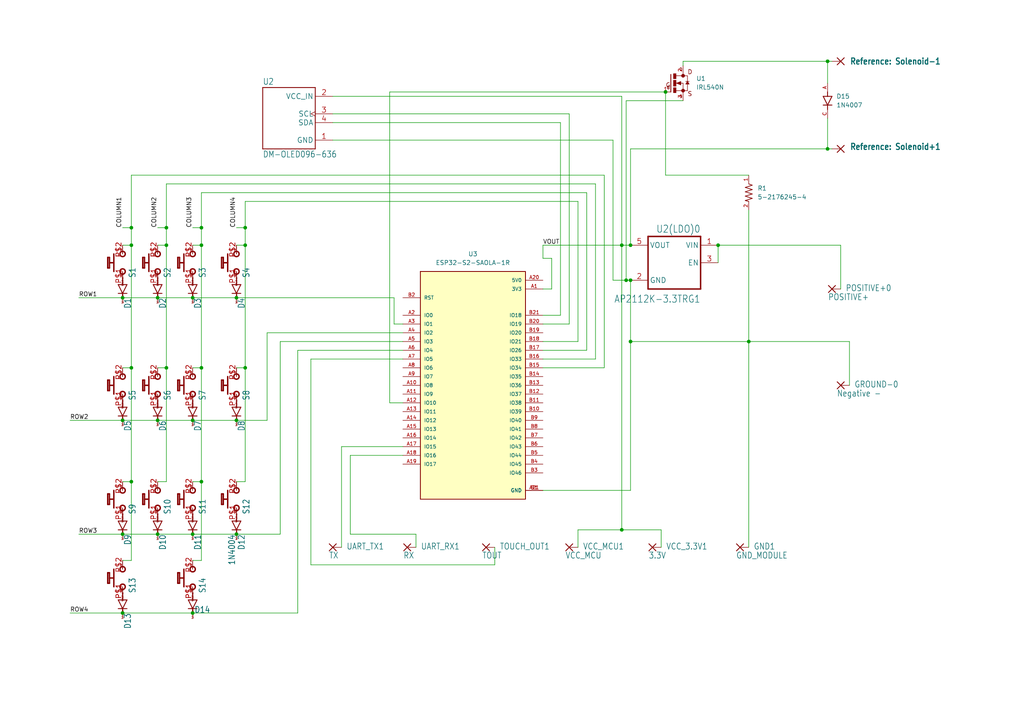
<source format=kicad_sch>
(kicad_sch
	(version 20250114)
	(generator "eeschema")
	(generator_version "9.0")
	(uuid "7c2bd04f-2f20-41a4-ac00-c357a6b92953")
	(paper "A4")
	(lib_symbols
		(symbol "1N4007:1N4007"
			(pin_names
				(offset 1.016)
			)
			(exclude_from_sim no)
			(in_bom yes)
			(on_board yes)
			(property "Reference" "D"
				(at -5.086 5.086 0)
				(effects
					(font
						(size 1.27 1.27)
					)
					(justify left bottom)
				)
			)
			(property "Value" "1N4007"
				(at -5.0865 -5.0865 0)
				(effects
					(font
						(size 1.27 1.27)
					)
					(justify left bottom)
				)
			)
			(property "Footprint" "1N4007:DIOAD1060W80L520D270"
				(at 0 0 0)
				(effects
					(font
						(size 1.27 1.27)
					)
					(justify bottom)
					(hide yes)
				)
			)
			(property "Datasheet" ""
				(at 0 0 0)
				(effects
					(font
						(size 1.27 1.27)
					)
					(hide yes)
				)
			)
			(property "Description" ""
				(at 0 0 0)
				(effects
					(font
						(size 1.27 1.27)
					)
					(hide yes)
				)
			)
			(property "MF" "Diotec Semiconductor"
				(at 0 0 0)
				(effects
					(font
						(size 1.27 1.27)
					)
					(justify bottom)
					(hide yes)
				)
			)
			(property "Description_1" "Diode, DO-41, 1000V, 1A, 175°C"
				(at 0 0 0)
				(effects
					(font
						(size 1.27 1.27)
					)
					(justify bottom)
					(hide yes)
				)
			)
			(property "Package" "DO-41 Diotec"
				(at 0 0 0)
				(effects
					(font
						(size 1.27 1.27)
					)
					(justify bottom)
					(hide yes)
				)
			)
			(property "Price" "None"
				(at 0 0 0)
				(effects
					(font
						(size 1.27 1.27)
					)
					(justify bottom)
					(hide yes)
				)
			)
			(property "Check_prices" "https://www.snapeda.com/parts/1N4007/Diotec/view-part/?ref=eda"
				(at 0 0 0)
				(effects
					(font
						(size 1.27 1.27)
					)
					(justify bottom)
					(hide yes)
				)
			)
			(property "STANDARD" "IPC2222A"
				(at 0 0 0)
				(effects
					(font
						(size 1.27 1.27)
					)
					(justify bottom)
					(hide yes)
				)
			)
			(property "PARTREV" "G"
				(at 0 0 0)
				(effects
					(font
						(size 1.27 1.27)
					)
					(justify bottom)
					(hide yes)
				)
			)
			(property "SnapEDA_Link" "https://www.snapeda.com/parts/1N4007/Diotec/view-part/?ref=snap"
				(at 0 0 0)
				(effects
					(font
						(size 1.27 1.27)
					)
					(justify bottom)
					(hide yes)
				)
			)
			(property "MP" "1N4007"
				(at 0 0 0)
				(effects
					(font
						(size 1.27 1.27)
					)
					(justify bottom)
					(hide yes)
				)
			)
			(property "Availability" "In Stock"
				(at 0 0 0)
				(effects
					(font
						(size 1.27 1.27)
					)
					(justify bottom)
					(hide yes)
				)
			)
			(property "MANUFACTURER" "ON Semiconductor"
				(at 0 0 0)
				(effects
					(font
						(size 1.27 1.27)
					)
					(justify bottom)
					(hide yes)
				)
			)
			(symbol "1N4007_0_0"
				(polyline
					(pts
						(xy -2.54 0) (xy -1.27 0)
					)
					(stroke
						(width 0.254)
						(type default)
					)
					(fill
						(type none)
					)
				)
				(polyline
					(pts
						(xy -1.27 1.27) (xy -1.27 0)
					)
					(stroke
						(width 0.254)
						(type default)
					)
					(fill
						(type none)
					)
				)
				(polyline
					(pts
						(xy -1.27 0) (xy -1.27 -1.27)
					)
					(stroke
						(width 0.254)
						(type default)
					)
					(fill
						(type none)
					)
				)
				(polyline
					(pts
						(xy -1.27 -1.27) (xy 1.27 0)
					)
					(stroke
						(width 0.254)
						(type default)
					)
					(fill
						(type none)
					)
				)
				(polyline
					(pts
						(xy 1.27 1.27) (xy 1.27 0)
					)
					(stroke
						(width 0.254)
						(type default)
					)
					(fill
						(type none)
					)
				)
				(polyline
					(pts
						(xy 1.27 0) (xy -1.27 1.27)
					)
					(stroke
						(width 0.254)
						(type default)
					)
					(fill
						(type none)
					)
				)
				(polyline
					(pts
						(xy 1.27 0) (xy 1.27 -1.27)
					)
					(stroke
						(width 0.254)
						(type default)
					)
					(fill
						(type none)
					)
				)
				(polyline
					(pts
						(xy 1.27 0) (xy 2.54 0)
					)
					(stroke
						(width 0.254)
						(type default)
					)
					(fill
						(type none)
					)
				)
				(pin passive line
					(at -5.08 0 0)
					(length 2.54)
					(name "~"
						(effects
							(font
								(size 1.016 1.016)
							)
						)
					)
					(number "A"
						(effects
							(font
								(size 1.016 1.016)
							)
						)
					)
				)
				(pin passive line
					(at 5.08 0 180)
					(length 2.54)
					(name "~"
						(effects
							(font
								(size 1.016 1.016)
							)
						)
					)
					(number "C"
						(effects
							(font
								(size 1.016 1.016)
							)
						)
					)
				)
			)
			(embedded_fonts no)
		)
		(symbol "200k Resistor(5-2176245-4):5-2176245-4"
			(pin_names
				(offset 1.016)
			)
			(exclude_from_sim no)
			(in_bom yes)
			(on_board yes)
			(property "Reference" "R"
				(at -3.81 1.4986 0)
				(effects
					(font
						(size 1.27 1.27)
					)
					(justify left bottom)
				)
			)
			(property "Value" "5-2176245-4"
				(at -3.81 -3.302 0)
				(effects
					(font
						(size 1.27 1.27)
					)
					(justify left bottom)
				)
			)
			(property "Footprint" "5-2176245-4:RESC3115X65N"
				(at 0 0 0)
				(effects
					(font
						(size 1.27 1.27)
					)
					(justify bottom)
					(hide yes)
				)
			)
			(property "Datasheet" ""
				(at 0 0 0)
				(effects
					(font
						(size 1.27 1.27)
					)
					(hide yes)
				)
			)
			(property "Description" ""
				(at 0 0 0)
				(effects
					(font
						(size 1.27 1.27)
					)
					(hide yes)
				)
			)
			(property "Comment" "5-2176245-4"
				(at 0 0 0)
				(effects
					(font
						(size 1.27 1.27)
					)
					(justify bottom)
					(hide yes)
				)
			)
			(property "MF" "TE Connectivity"
				(at 0 0 0)
				(effects
					(font
						(size 1.27 1.27)
					)
					(justify bottom)
					(hide yes)
				)
			)
			(property "Description_1" "27 kOhms ±5% 0.6W Chip Resistor 1206 (3216 Metric) Pulse Withstanding Thick Film"
				(at 0 0 0)
				(effects
					(font
						(size 1.27 1.27)
					)
					(justify bottom)
					(hide yes)
				)
			)
			(property "Package" "None"
				(at 0 0 0)
				(effects
					(font
						(size 1.27 1.27)
					)
					(justify bottom)
					(hide yes)
				)
			)
			(property "Price" "None"
				(at 0 0 0)
				(effects
					(font
						(size 1.27 1.27)
					)
					(justify bottom)
					(hide yes)
				)
			)
			(property "SnapEDA_Link" "https://www.snapeda.com/parts/5-2176245-4/TE+Connectivity+AMP+Connectors/view-part/?ref=snap"
				(at 0 0 0)
				(effects
					(font
						(size 1.27 1.27)
					)
					(justify bottom)
					(hide yes)
				)
			)
			(property "MP" "5-2176245-4"
				(at 0 0 0)
				(effects
					(font
						(size 1.27 1.27)
					)
					(justify bottom)
					(hide yes)
				)
			)
			(property "Availability" "In Stock"
				(at 0 0 0)
				(effects
					(font
						(size 1.27 1.27)
					)
					(justify bottom)
					(hide yes)
				)
			)
			(property "Check_prices" "https://www.snapeda.com/parts/5-2176245-4/TE+Connectivity+AMP+Connectors/view-part/?ref=eda"
				(at 0 0 0)
				(effects
					(font
						(size 1.27 1.27)
					)
					(justify bottom)
					(hide yes)
				)
			)
			(symbol "5-2176245-4_0_0"
				(polyline
					(pts
						(xy -2.54 0) (xy -2.159 1.016)
					)
					(stroke
						(width 0.2032)
						(type default)
					)
					(fill
						(type none)
					)
				)
				(polyline
					(pts
						(xy -2.159 1.016) (xy -1.524 -1.016)
					)
					(stroke
						(width 0.2032)
						(type default)
					)
					(fill
						(type none)
					)
				)
				(polyline
					(pts
						(xy -1.524 -1.016) (xy -0.889 1.016)
					)
					(stroke
						(width 0.2032)
						(type default)
					)
					(fill
						(type none)
					)
				)
				(polyline
					(pts
						(xy -0.889 1.016) (xy -0.254 -1.016)
					)
					(stroke
						(width 0.2032)
						(type default)
					)
					(fill
						(type none)
					)
				)
				(polyline
					(pts
						(xy -0.254 -1.016) (xy 0.381 1.016)
					)
					(stroke
						(width 0.2032)
						(type default)
					)
					(fill
						(type none)
					)
				)
				(polyline
					(pts
						(xy 0.381 1.016) (xy 1.016 -1.016)
					)
					(stroke
						(width 0.2032)
						(type default)
					)
					(fill
						(type none)
					)
				)
				(polyline
					(pts
						(xy 1.016 -1.016) (xy 1.651 1.016)
					)
					(stroke
						(width 0.2032)
						(type default)
					)
					(fill
						(type none)
					)
				)
				(polyline
					(pts
						(xy 1.651 1.016) (xy 2.286 -1.016)
					)
					(stroke
						(width 0.2032)
						(type default)
					)
					(fill
						(type none)
					)
				)
				(polyline
					(pts
						(xy 2.286 -1.016) (xy 2.54 0)
					)
					(stroke
						(width 0.2032)
						(type default)
					)
					(fill
						(type none)
					)
				)
				(pin passive line
					(at -5.08 0 0)
					(length 2.54)
					(name "~"
						(effects
							(font
								(size 1.016 1.016)
							)
						)
					)
					(number "1"
						(effects
							(font
								(size 1.016 1.016)
							)
						)
					)
				)
				(pin passive line
					(at 5.08 0 180)
					(length 2.54)
					(name "~"
						(effects
							(font
								(size 1.016 1.016)
							)
						)
					)
					(number "2"
						(effects
							(font
								(size 1.016 1.016)
							)
						)
					)
				)
			)
			(embedded_fonts no)
		)
		(symbol "ESP32-S2-SAOLA-1R:ESP32-S2-SAOLA-1R"
			(pin_names
				(offset 1.016)
			)
			(exclude_from_sim no)
			(in_bom yes)
			(on_board yes)
			(property "Reference" "U"
				(at -15.24 35.56 0)
				(effects
					(font
						(size 1.27 1.27)
					)
					(justify left top)
				)
			)
			(property "Value" "ESP32-S2-SAOLA-1R"
				(at -15.24 -35.56 0)
				(effects
					(font
						(size 1.27 1.27)
					)
					(justify left bottom)
				)
			)
			(property "Footprint" "ESP32-S2-SAOLA-1R:XCVR_ESP32-S2-SAOLA-1R"
				(at 0 0 0)
				(effects
					(font
						(size 1.27 1.27)
					)
					(justify bottom)
					(hide yes)
				)
			)
			(property "Datasheet" ""
				(at 0 0 0)
				(effects
					(font
						(size 1.27 1.27)
					)
					(hide yes)
				)
			)
			(property "Description" ""
				(at 0 0 0)
				(effects
					(font
						(size 1.27 1.27)
					)
					(hide yes)
				)
			)
			(property "MF" "Espressif Systems"
				(at 0 0 0)
				(effects
					(font
						(size 1.27 1.27)
					)
					(justify bottom)
					(hide yes)
				)
			)
			(property "Description_1" "WiFi Development Tools - 802.11 ESP32-S2 general-purpose development board, embeds ESP32-S2-WROVER-I, 4 MB flash, with pin header"
				(at 0 0 0)
				(effects
					(font
						(size 1.27 1.27)
					)
					(justify bottom)
					(hide yes)
				)
			)
			(property "Package" "None"
				(at 0 0 0)
				(effects
					(font
						(size 1.27 1.27)
					)
					(justify bottom)
					(hide yes)
				)
			)
			(property "Price" "None"
				(at 0 0 0)
				(effects
					(font
						(size 1.27 1.27)
					)
					(justify bottom)
					(hide yes)
				)
			)
			(property "Check_prices" "https://www.snapeda.com/parts/ESP32S2SAOLA1R/Espressif+Systems/view-part/?ref=eda"
				(at 0 0 0)
				(effects
					(font
						(size 1.27 1.27)
					)
					(justify bottom)
					(hide yes)
				)
			)
			(property "STANDARD" "Manufacturer Recommendations"
				(at 0 0 0)
				(effects
					(font
						(size 1.27 1.27)
					)
					(justify bottom)
					(hide yes)
				)
			)
			(property "PARTREV" "1.2"
				(at 0 0 0)
				(effects
					(font
						(size 1.27 1.27)
					)
					(justify bottom)
					(hide yes)
				)
			)
			(property "SnapEDA_Link" "https://www.snapeda.com/parts/ESP32S2SAOLA1R/Espressif+Systems/view-part/?ref=snap"
				(at 0 0 0)
				(effects
					(font
						(size 1.27 1.27)
					)
					(justify bottom)
					(hide yes)
				)
			)
			(property "MP" "ESP32S2SAOLA1R"
				(at 0 0 0)
				(effects
					(font
						(size 1.27 1.27)
					)
					(justify bottom)
					(hide yes)
				)
			)
			(property "Availability" "In Stock"
				(at 0 0 0)
				(effects
					(font
						(size 1.27 1.27)
					)
					(justify bottom)
					(hide yes)
				)
			)
			(property "MANUFACTURER" "Espressif"
				(at 0 0 0)
				(effects
					(font
						(size 1.27 1.27)
					)
					(justify bottom)
					(hide yes)
				)
			)
			(symbol "ESP32-S2-SAOLA-1R_0_0"
				(rectangle
					(start -15.24 -33.02)
					(end 15.24 33.02)
					(stroke
						(width 0.254)
						(type default)
					)
					(fill
						(type background)
					)
				)
				(pin input line
					(at -20.32 25.4 0)
					(length 5.08)
					(name "RST"
						(effects
							(font
								(size 1.016 1.016)
							)
						)
					)
					(number "B2"
						(effects
							(font
								(size 1.016 1.016)
							)
						)
					)
				)
				(pin bidirectional line
					(at -20.32 20.32 0)
					(length 5.08)
					(name "IO0"
						(effects
							(font
								(size 1.016 1.016)
							)
						)
					)
					(number "A2"
						(effects
							(font
								(size 1.016 1.016)
							)
						)
					)
				)
				(pin bidirectional line
					(at -20.32 17.78 0)
					(length 5.08)
					(name "IO1"
						(effects
							(font
								(size 1.016 1.016)
							)
						)
					)
					(number "A3"
						(effects
							(font
								(size 1.016 1.016)
							)
						)
					)
				)
				(pin bidirectional line
					(at -20.32 15.24 0)
					(length 5.08)
					(name "IO2"
						(effects
							(font
								(size 1.016 1.016)
							)
						)
					)
					(number "A4"
						(effects
							(font
								(size 1.016 1.016)
							)
						)
					)
				)
				(pin bidirectional line
					(at -20.32 12.7 0)
					(length 5.08)
					(name "IO3"
						(effects
							(font
								(size 1.016 1.016)
							)
						)
					)
					(number "A5"
						(effects
							(font
								(size 1.016 1.016)
							)
						)
					)
				)
				(pin bidirectional line
					(at -20.32 10.16 0)
					(length 5.08)
					(name "IO4"
						(effects
							(font
								(size 1.016 1.016)
							)
						)
					)
					(number "A6"
						(effects
							(font
								(size 1.016 1.016)
							)
						)
					)
				)
				(pin bidirectional line
					(at -20.32 7.62 0)
					(length 5.08)
					(name "IO5"
						(effects
							(font
								(size 1.016 1.016)
							)
						)
					)
					(number "A7"
						(effects
							(font
								(size 1.016 1.016)
							)
						)
					)
				)
				(pin bidirectional line
					(at -20.32 5.08 0)
					(length 5.08)
					(name "IO6"
						(effects
							(font
								(size 1.016 1.016)
							)
						)
					)
					(number "A8"
						(effects
							(font
								(size 1.016 1.016)
							)
						)
					)
				)
				(pin bidirectional line
					(at -20.32 2.54 0)
					(length 5.08)
					(name "IO7"
						(effects
							(font
								(size 1.016 1.016)
							)
						)
					)
					(number "A9"
						(effects
							(font
								(size 1.016 1.016)
							)
						)
					)
				)
				(pin bidirectional line
					(at -20.32 0 0)
					(length 5.08)
					(name "IO8"
						(effects
							(font
								(size 1.016 1.016)
							)
						)
					)
					(number "A10"
						(effects
							(font
								(size 1.016 1.016)
							)
						)
					)
				)
				(pin bidirectional line
					(at -20.32 -2.54 0)
					(length 5.08)
					(name "IO9"
						(effects
							(font
								(size 1.016 1.016)
							)
						)
					)
					(number "A11"
						(effects
							(font
								(size 1.016 1.016)
							)
						)
					)
				)
				(pin bidirectional line
					(at -20.32 -5.08 0)
					(length 5.08)
					(name "IO10"
						(effects
							(font
								(size 1.016 1.016)
							)
						)
					)
					(number "A12"
						(effects
							(font
								(size 1.016 1.016)
							)
						)
					)
				)
				(pin bidirectional line
					(at -20.32 -7.62 0)
					(length 5.08)
					(name "IO11"
						(effects
							(font
								(size 1.016 1.016)
							)
						)
					)
					(number "A13"
						(effects
							(font
								(size 1.016 1.016)
							)
						)
					)
				)
				(pin bidirectional line
					(at -20.32 -10.16 0)
					(length 5.08)
					(name "IO12"
						(effects
							(font
								(size 1.016 1.016)
							)
						)
					)
					(number "A14"
						(effects
							(font
								(size 1.016 1.016)
							)
						)
					)
				)
				(pin bidirectional line
					(at -20.32 -12.7 0)
					(length 5.08)
					(name "IO13"
						(effects
							(font
								(size 1.016 1.016)
							)
						)
					)
					(number "A15"
						(effects
							(font
								(size 1.016 1.016)
							)
						)
					)
				)
				(pin bidirectional line
					(at -20.32 -15.24 0)
					(length 5.08)
					(name "IO14"
						(effects
							(font
								(size 1.016 1.016)
							)
						)
					)
					(number "A16"
						(effects
							(font
								(size 1.016 1.016)
							)
						)
					)
				)
				(pin bidirectional line
					(at -20.32 -17.78 0)
					(length 5.08)
					(name "IO15"
						(effects
							(font
								(size 1.016 1.016)
							)
						)
					)
					(number "A17"
						(effects
							(font
								(size 1.016 1.016)
							)
						)
					)
				)
				(pin bidirectional line
					(at -20.32 -20.32 0)
					(length 5.08)
					(name "IO16"
						(effects
							(font
								(size 1.016 1.016)
							)
						)
					)
					(number "A18"
						(effects
							(font
								(size 1.016 1.016)
							)
						)
					)
				)
				(pin bidirectional line
					(at -20.32 -22.86 0)
					(length 5.08)
					(name "IO17"
						(effects
							(font
								(size 1.016 1.016)
							)
						)
					)
					(number "A19"
						(effects
							(font
								(size 1.016 1.016)
							)
						)
					)
				)
				(pin power_in line
					(at 20.32 30.48 180)
					(length 5.08)
					(name "5V0"
						(effects
							(font
								(size 1.016 1.016)
							)
						)
					)
					(number "A20"
						(effects
							(font
								(size 1.016 1.016)
							)
						)
					)
				)
				(pin power_in line
					(at 20.32 27.94 180)
					(length 5.08)
					(name "3V3"
						(effects
							(font
								(size 1.016 1.016)
							)
						)
					)
					(number "A1"
						(effects
							(font
								(size 1.016 1.016)
							)
						)
					)
				)
				(pin bidirectional line
					(at 20.32 20.32 180)
					(length 5.08)
					(name "IO18"
						(effects
							(font
								(size 1.016 1.016)
							)
						)
					)
					(number "B21"
						(effects
							(font
								(size 1.016 1.016)
							)
						)
					)
				)
				(pin bidirectional line
					(at 20.32 17.78 180)
					(length 5.08)
					(name "IO19"
						(effects
							(font
								(size 1.016 1.016)
							)
						)
					)
					(number "B20"
						(effects
							(font
								(size 1.016 1.016)
							)
						)
					)
				)
				(pin bidirectional line
					(at 20.32 15.24 180)
					(length 5.08)
					(name "IO20"
						(effects
							(font
								(size 1.016 1.016)
							)
						)
					)
					(number "B19"
						(effects
							(font
								(size 1.016 1.016)
							)
						)
					)
				)
				(pin bidirectional line
					(at 20.32 12.7 180)
					(length 5.08)
					(name "IO21"
						(effects
							(font
								(size 1.016 1.016)
							)
						)
					)
					(number "B18"
						(effects
							(font
								(size 1.016 1.016)
							)
						)
					)
				)
				(pin bidirectional line
					(at 20.32 10.16 180)
					(length 5.08)
					(name "IO26"
						(effects
							(font
								(size 1.016 1.016)
							)
						)
					)
					(number "B17"
						(effects
							(font
								(size 1.016 1.016)
							)
						)
					)
				)
				(pin bidirectional line
					(at 20.32 7.62 180)
					(length 5.08)
					(name "IO33"
						(effects
							(font
								(size 1.016 1.016)
							)
						)
					)
					(number "B16"
						(effects
							(font
								(size 1.016 1.016)
							)
						)
					)
				)
				(pin bidirectional line
					(at 20.32 5.08 180)
					(length 5.08)
					(name "IO34"
						(effects
							(font
								(size 1.016 1.016)
							)
						)
					)
					(number "B15"
						(effects
							(font
								(size 1.016 1.016)
							)
						)
					)
				)
				(pin bidirectional line
					(at 20.32 2.54 180)
					(length 5.08)
					(name "IO35"
						(effects
							(font
								(size 1.016 1.016)
							)
						)
					)
					(number "B14"
						(effects
							(font
								(size 1.016 1.016)
							)
						)
					)
				)
				(pin bidirectional line
					(at 20.32 0 180)
					(length 5.08)
					(name "IO36"
						(effects
							(font
								(size 1.016 1.016)
							)
						)
					)
					(number "B13"
						(effects
							(font
								(size 1.016 1.016)
							)
						)
					)
				)
				(pin bidirectional line
					(at 20.32 -2.54 180)
					(length 5.08)
					(name "IO37"
						(effects
							(font
								(size 1.016 1.016)
							)
						)
					)
					(number "B12"
						(effects
							(font
								(size 1.016 1.016)
							)
						)
					)
				)
				(pin bidirectional line
					(at 20.32 -5.08 180)
					(length 5.08)
					(name "IO38"
						(effects
							(font
								(size 1.016 1.016)
							)
						)
					)
					(number "B11"
						(effects
							(font
								(size 1.016 1.016)
							)
						)
					)
				)
				(pin bidirectional line
					(at 20.32 -7.62 180)
					(length 5.08)
					(name "IO39"
						(effects
							(font
								(size 1.016 1.016)
							)
						)
					)
					(number "B10"
						(effects
							(font
								(size 1.016 1.016)
							)
						)
					)
				)
				(pin bidirectional line
					(at 20.32 -10.16 180)
					(length 5.08)
					(name "IO40"
						(effects
							(font
								(size 1.016 1.016)
							)
						)
					)
					(number "B9"
						(effects
							(font
								(size 1.016 1.016)
							)
						)
					)
				)
				(pin bidirectional line
					(at 20.32 -12.7 180)
					(length 5.08)
					(name "IO41"
						(effects
							(font
								(size 1.016 1.016)
							)
						)
					)
					(number "B8"
						(effects
							(font
								(size 1.016 1.016)
							)
						)
					)
				)
				(pin bidirectional line
					(at 20.32 -15.24 180)
					(length 5.08)
					(name "IO42"
						(effects
							(font
								(size 1.016 1.016)
							)
						)
					)
					(number "B7"
						(effects
							(font
								(size 1.016 1.016)
							)
						)
					)
				)
				(pin bidirectional line
					(at 20.32 -17.78 180)
					(length 5.08)
					(name "IO43"
						(effects
							(font
								(size 1.016 1.016)
							)
						)
					)
					(number "B6"
						(effects
							(font
								(size 1.016 1.016)
							)
						)
					)
				)
				(pin bidirectional line
					(at 20.32 -20.32 180)
					(length 5.08)
					(name "IO44"
						(effects
							(font
								(size 1.016 1.016)
							)
						)
					)
					(number "B5"
						(effects
							(font
								(size 1.016 1.016)
							)
						)
					)
				)
				(pin bidirectional line
					(at 20.32 -22.86 180)
					(length 5.08)
					(name "IO45"
						(effects
							(font
								(size 1.016 1.016)
							)
						)
					)
					(number "B4"
						(effects
							(font
								(size 1.016 1.016)
							)
						)
					)
				)
				(pin input line
					(at 20.32 -25.4 180)
					(length 5.08)
					(name "IO46"
						(effects
							(font
								(size 1.016 1.016)
							)
						)
					)
					(number "B3"
						(effects
							(font
								(size 1.016 1.016)
							)
						)
					)
				)
				(pin power_in line
					(at 20.32 -30.48 180)
					(length 5.08)
					(name "GND"
						(effects
							(font
								(size 1.016 1.016)
							)
						)
					)
					(number "A21"
						(effects
							(font
								(size 1.016 1.016)
							)
						)
					)
				)
				(pin power_in line
					(at 20.32 -30.48 180)
					(length 5.08)
					(name "GND"
						(effects
							(font
								(size 1.016 1.016)
							)
						)
					)
					(number "B1"
						(effects
							(font
								(size 1.016 1.016)
							)
						)
					)
				)
			)
			(embedded_fonts no)
		)
		(symbol "IRL540N:IRL540N"
			(pin_names
				(offset 1.016)
			)
			(exclude_from_sim no)
			(in_bom yes)
			(on_board yes)
			(property "Reference" "U"
				(at 3.81 2.54 0)
				(effects
					(font
						(size 1.27 1.27)
					)
					(justify left bottom)
				)
			)
			(property "Value" "IRL540N"
				(at 3.81 0 0)
				(effects
					(font
						(size 1.27 1.27)
					)
					(justify left bottom)
				)
			)
			(property "Footprint" "IRL540N:TO220V"
				(at 0 0 0)
				(effects
					(font
						(size 1.27 1.27)
					)
					(justify bottom)
					(hide yes)
				)
			)
			(property "Datasheet" ""
				(at 0 0 0)
				(effects
					(font
						(size 1.27 1.27)
					)
					(hide yes)
				)
			)
			(property "Description" ""
				(at 0 0 0)
				(effects
					(font
						(size 1.27 1.27)
					)
					(hide yes)
				)
			)
			(property "MF" "Infineon Technologies"
				(at 0 0 0)
				(effects
					(font
						(size 1.27 1.27)
					)
					(justify bottom)
					(hide yes)
				)
			)
			(property "Description_1" "N-Channel 100 V 36A (Tc) 3.8W (Ta), 140W (Tc) Surface Mount D2PAK"
				(at 0 0 0)
				(effects
					(font
						(size 1.27 1.27)
					)
					(justify bottom)
					(hide yes)
				)
			)
			(property "Package" "TO-220 Infineon"
				(at 0 0 0)
				(effects
					(font
						(size 1.27 1.27)
					)
					(justify bottom)
					(hide yes)
				)
			)
			(property "Price" "None"
				(at 0 0 0)
				(effects
					(font
						(size 1.27 1.27)
					)
					(justify bottom)
					(hide yes)
				)
			)
			(property "AUTOR" "Tux"
				(at 0 0 0)
				(effects
					(font
						(size 1.27 1.27)
					)
					(justify bottom)
					(hide yes)
				)
			)
			(property "SnapEDA_Link" "https://www.snapeda.com/parts/IRL540N/Infineon/view-part/?ref=snap"
				(at 0 0 0)
				(effects
					(font
						(size 1.27 1.27)
					)
					(justify bottom)
					(hide yes)
				)
			)
			(property "MP" "IRL540N"
				(at 0 0 0)
				(effects
					(font
						(size 1.27 1.27)
					)
					(justify bottom)
					(hide yes)
				)
			)
			(property "REICHELT" "IRL 540N"
				(at 0 0 0)
				(effects
					(font
						(size 1.27 1.27)
					)
					(justify bottom)
					(hide yes)
				)
			)
			(property "Availability" "Not in stock"
				(at 0 0 0)
				(effects
					(font
						(size 1.27 1.27)
					)
					(justify bottom)
					(hide yes)
				)
			)
			(property "Check_prices" "https://www.snapeda.com/parts/IRL540N/Infineon/view-part/?ref=eda"
				(at 0 0 0)
				(effects
					(font
						(size 1.27 1.27)
					)
					(justify bottom)
					(hide yes)
				)
			)
			(symbol "IRL540N_0_0"
				(polyline
					(pts
						(xy -3.556 2.54) (xy -3.556 -2.54)
					)
					(stroke
						(width 0.254)
						(type default)
					)
					(fill
						(type none)
					)
				)
				(polyline
					(pts
						(xy -3.556 -2.54) (xy -5.08 -2.54)
					)
					(stroke
						(width 0.1524)
						(type default)
					)
					(fill
						(type none)
					)
				)
				(rectangle
					(start -2.794 1.27)
					(end -2.032 2.794)
					(stroke
						(width 0.1)
						(type default)
					)
					(fill
						(type outline)
					)
				)
				(rectangle
					(start -2.794 -0.889)
					(end -2.032 0.889)
					(stroke
						(width 0.1)
						(type default)
					)
					(fill
						(type outline)
					)
				)
				(rectangle
					(start -2.794 -2.794)
					(end -2.032 -1.27)
					(stroke
						(width 0.1)
						(type default)
					)
					(fill
						(type outline)
					)
				)
				(polyline
					(pts
						(xy -2.159 0) (xy 0 0)
					)
					(stroke
						(width 0.1524)
						(type default)
					)
					(fill
						(type none)
					)
				)
				(polyline
					(pts
						(xy -2.032 -2.159) (xy 0 -2.159)
					)
					(stroke
						(width 0.1524)
						(type default)
					)
					(fill
						(type none)
					)
				)
				(polyline
					(pts
						(xy -1.905 0) (xy -0.635 -0.508) (xy -0.635 0.508) (xy -1.905 0)
					)
					(stroke
						(width 0.1524)
						(type default)
					)
					(fill
						(type outline)
					)
				)
				(polyline
					(pts
						(xy 0 2.54) (xy 0 2.159)
					)
					(stroke
						(width 0.1524)
						(type default)
					)
					(fill
						(type none)
					)
				)
				(circle
					(center 0 2.159)
					(radius 0.127)
					(stroke
						(width 0.4064)
						(type default)
					)
					(fill
						(type none)
					)
				)
				(polyline
					(pts
						(xy 0 2.159) (xy -2.0066 2.159)
					)
					(stroke
						(width 0.1524)
						(type default)
					)
					(fill
						(type none)
					)
				)
				(polyline
					(pts
						(xy 0 0) (xy 0 -2.159)
					)
					(stroke
						(width 0.1524)
						(type default)
					)
					(fill
						(type none)
					)
				)
				(polyline
					(pts
						(xy 0 -2.159) (xy 0 -2.54)
					)
					(stroke
						(width 0.1524)
						(type default)
					)
					(fill
						(type none)
					)
				)
				(circle
					(center 0 -2.159)
					(radius 0.127)
					(stroke
						(width 0.4064)
						(type default)
					)
					(fill
						(type none)
					)
				)
				(polyline
					(pts
						(xy 0.762 0.508) (xy 1.27 0.508)
					)
					(stroke
						(width 0.1524)
						(type default)
					)
					(fill
						(type none)
					)
				)
				(polyline
					(pts
						(xy 1.27 2.159) (xy 0 2.159)
					)
					(stroke
						(width 0.1524)
						(type default)
					)
					(fill
						(type none)
					)
				)
				(polyline
					(pts
						(xy 1.27 0.508) (xy 1.27 2.159)
					)
					(stroke
						(width 0.1524)
						(type default)
					)
					(fill
						(type none)
					)
				)
				(polyline
					(pts
						(xy 1.27 0.508) (xy 1.778 0.508)
					)
					(stroke
						(width 0.1524)
						(type default)
					)
					(fill
						(type none)
					)
				)
				(polyline
					(pts
						(xy 1.27 0.508) (xy 0.762 -0.254) (xy 1.778 -0.254) (xy 1.27 0.508)
					)
					(stroke
						(width 0.1524)
						(type default)
					)
					(fill
						(type outline)
					)
				)
				(polyline
					(pts
						(xy 1.27 -2.159) (xy 0 -2.159)
					)
					(stroke
						(width 0.1524)
						(type default)
					)
					(fill
						(type none)
					)
				)
				(polyline
					(pts
						(xy 1.27 -2.159) (xy 1.27 -0.127)
					)
					(stroke
						(width 0.1524)
						(type default)
					)
					(fill
						(type none)
					)
				)
				(text "G"
					(at -5.08 -1.27 0)
					(effects
						(font
							(size 1.27 1.27)
						)
						(justify left bottom)
					)
				)
				(text "G"
					(at -4.826 -1.778 0)
					(effects
						(font
							(size 0.8128 0.8128)
						)
						(justify left bottom)
					)
				)
				(text "D"
					(at -1.143 3.556 0)
					(effects
						(font
							(size 0.8128 0.8128)
						)
						(justify left bottom)
					)
				)
				(text "S"
					(at -1.143 -4.318 0)
					(effects
						(font
							(size 0.8128 0.8128)
						)
						(justify left bottom)
					)
				)
				(text "D"
					(at 1.27 2.54 0)
					(effects
						(font
							(size 1.27 1.27)
						)
						(justify left bottom)
					)
				)
				(text "S"
					(at 1.27 -3.81 0)
					(effects
						(font
							(size 1.27 1.27)
						)
						(justify left bottom)
					)
				)
				(pin passive line
					(at -5.08 -2.54 0)
					(length 0)
					(name "~"
						(effects
							(font
								(size 1.016 1.016)
							)
						)
					)
					(number "1"
						(effects
							(font
								(size 1.016 1.016)
							)
						)
					)
				)
				(pin passive line
					(at 0 5.08 270)
					(length 2.54)
					(name "~"
						(effects
							(font
								(size 1.016 1.016)
							)
						)
					)
					(number "2"
						(effects
							(font
								(size 1.016 1.016)
							)
						)
					)
				)
				(pin passive line
					(at 0 -5.08 90)
					(length 2.54)
					(name "~"
						(effects
							(font
								(size 1.016 1.016)
							)
						)
					)
					(number "3"
						(effects
							(font
								(size 1.016 1.016)
							)
						)
					)
				)
			)
			(embedded_fonts no)
		)
		(symbol "Mini-Keyboard-eagle-import:1N4004"
			(exclude_from_sim no)
			(in_bom yes)
			(on_board yes)
			(property "Reference" "D"
				(at 2.54 0.4826 0)
				(effects
					(font
						(size 1.778 1.5113)
					)
					(justify left bottom)
				)
			)
			(property "Value" ""
				(at 2.54 -2.3114 0)
				(effects
					(font
						(size 1.778 1.5113)
					)
					(justify left bottom)
				)
			)
			(property "Footprint" "Mini-Keyboard:DO41-10"
				(at 0 0 0)
				(effects
					(font
						(size 1.27 1.27)
					)
					(hide yes)
				)
			)
			(property "Datasheet" ""
				(at 0 0 0)
				(effects
					(font
						(size 1.27 1.27)
					)
					(hide yes)
				)
			)
			(property "Description" "DIODE\n\ngeneral purpose rectifier, 1 A"
				(at 0 0 0)
				(effects
					(font
						(size 1.27 1.27)
					)
					(hide yes)
				)
			)
			(property "ki_locked" ""
				(at 0 0 0)
				(effects
					(font
						(size 1.27 1.27)
					)
				)
			)
			(symbol "1N4004_1_0"
				(polyline
					(pts
						(xy -1.27 1.27) (xy -1.27 0)
					)
					(stroke
						(width 0.254)
						(type solid)
					)
					(fill
						(type none)
					)
				)
				(polyline
					(pts
						(xy -1.27 0) (xy -2.54 0)
					)
					(stroke
						(width 0.254)
						(type solid)
					)
					(fill
						(type none)
					)
				)
				(polyline
					(pts
						(xy -1.27 0) (xy -1.27 -1.27)
					)
					(stroke
						(width 0.254)
						(type solid)
					)
					(fill
						(type none)
					)
				)
				(polyline
					(pts
						(xy -1.27 -1.27) (xy 1.27 0)
					)
					(stroke
						(width 0.254)
						(type solid)
					)
					(fill
						(type none)
					)
				)
				(polyline
					(pts
						(xy 1.27 1.27) (xy 1.27 0)
					)
					(stroke
						(width 0.254)
						(type solid)
					)
					(fill
						(type none)
					)
				)
				(polyline
					(pts
						(xy 1.27 0) (xy -1.27 1.27)
					)
					(stroke
						(width 0.254)
						(type solid)
					)
					(fill
						(type none)
					)
				)
				(polyline
					(pts
						(xy 1.27 0) (xy 1.27 -1.27)
					)
					(stroke
						(width 0.254)
						(type solid)
					)
					(fill
						(type none)
					)
				)
				(polyline
					(pts
						(xy 2.54 0) (xy 1.27 0)
					)
					(stroke
						(width 0.254)
						(type solid)
					)
					(fill
						(type none)
					)
				)
				(text "SpiceOrder 1"
					(at -2.54 0 0)
					(effects
						(font
							(size 0.4064 0.3454)
						)
					)
				)
				(text "SpiceOrder 2"
					(at 2.54 0 0)
					(effects
						(font
							(size 0.4064 0.3454)
						)
					)
				)
				(pin passive line
					(at -2.54 0 0)
					(length 0)
					(name "A"
						(effects
							(font
								(size 0 0)
							)
						)
					)
					(number "A"
						(effects
							(font
								(size 0 0)
							)
						)
					)
				)
				(pin passive line
					(at 2.54 0 180)
					(length 0)
					(name "C"
						(effects
							(font
								(size 0 0)
							)
						)
					)
					(number "C"
						(effects
							(font
								(size 0 0)
							)
						)
					)
				)
			)
			(embedded_fonts no)
		)
		(symbol "Mini-Keyboard-eagle-import:AP2112K-3.3TRG1"
			(exclude_from_sim no)
			(in_bom yes)
			(on_board yes)
			(property "Reference" "U2(LDO)0"
				(at -7.6629 8.6476 0)
				(effects
					(font
						(size 2.0894 1.7759)
					)
					(justify left bottom)
				)
			)
			(property "Value" "AP2112K-3.3TRG1"
				(at -7.6489 -11.6507 0)
				(effects
					(font
						(size 2.0883 1.775)
					)
					(justify left bottom)
				)
			)
			(property "Footprint" "Mini-Keyboard:SOT95P285X140-5N"
				(at 0 0 0)
				(effects
					(font
						(size 1.27 1.27)
					)
					(hide yes)
				)
			)
			(property "Datasheet" ""
				(at 0 0 0)
				(effects
					(font
						(size 1.27 1.27)
					)
					(hide yes)
				)
			)
			(property "Description" ""
				(at 0 0 0)
				(effects
					(font
						(size 1.27 1.27)
					)
					(hide yes)
				)
			)
			(property "ki_locked" ""
				(at 0 0 0)
				(effects
					(font
						(size 1.27 1.27)
					)
				)
			)
			(symbol "AP2112K-3.3TRG1_1_0"
				(polyline
					(pts
						(xy -7.62 7.62) (xy 7.62 7.62)
					)
					(stroke
						(width 0.41)
						(type solid)
					)
					(fill
						(type none)
					)
				)
				(polyline
					(pts
						(xy -7.62 -7.62) (xy -7.62 7.62)
					)
					(stroke
						(width 0.41)
						(type solid)
					)
					(fill
						(type none)
					)
				)
				(polyline
					(pts
						(xy 7.62 7.62) (xy 7.62 -7.62)
					)
					(stroke
						(width 0.41)
						(type solid)
					)
					(fill
						(type none)
					)
				)
				(polyline
					(pts
						(xy 7.62 -7.62) (xy -7.62 -7.62)
					)
					(stroke
						(width 0.41)
						(type solid)
					)
					(fill
						(type none)
					)
				)
				(pin power_in line
					(at -12.7 5.08 0)
					(length 5.08)
					(name "VIN"
						(effects
							(font
								(size 1.524 1.524)
							)
						)
					)
					(number "1"
						(effects
							(font
								(size 1.524 1.524)
							)
						)
					)
				)
				(pin input line
					(at -12.7 0 0)
					(length 5.08)
					(name "EN"
						(effects
							(font
								(size 1.524 1.524)
							)
						)
					)
					(number "3"
						(effects
							(font
								(size 1.524 1.524)
							)
						)
					)
				)
				(pin power_out line
					(at 12.7 5.08 180)
					(length 5.08)
					(name "VOUT"
						(effects
							(font
								(size 1.524 1.524)
							)
						)
					)
					(number "5"
						(effects
							(font
								(size 1.524 1.524)
							)
						)
					)
				)
				(pin power_in line
					(at 12.7 -5.08 180)
					(length 5.08)
					(name "GND"
						(effects
							(font
								(size 1.524 1.524)
							)
						)
					)
					(number "2"
						(effects
							(font
								(size 1.524 1.524)
							)
						)
					)
				)
			)
			(embedded_fonts no)
		)
		(symbol "Mini-Keyboard-eagle-import:DM-OLED096-636"
			(exclude_from_sim no)
			(in_bom yes)
			(on_board yes)
			(property "Reference" "U"
				(at -7.62 10.922 0)
				(effects
					(font
						(size 1.778 1.5113)
					)
					(justify left bottom)
				)
			)
			(property "Value" ""
				(at -7.62 -10.16 0)
				(effects
					(font
						(size 1.778 1.5113)
					)
					(justify left bottom)
				)
			)
			(property "Footprint" "Mini-Keyboard:MODULE_DM-OLED096-636"
				(at 0 0 0)
				(effects
					(font
						(size 1.27 1.27)
					)
					(hide yes)
				)
			)
			(property "Datasheet" ""
				(at 0 0 0)
				(effects
					(font
						(size 1.27 1.27)
					)
					(hide yes)
				)
			)
			(property "Description" "https://pricing.snapeda.com/parts/DM-OLED096-636/Display%20Module/view-part?ref=eda Check availability"
				(at 0 0 0)
				(effects
					(font
						(size 1.27 1.27)
					)
					(hide yes)
				)
			)
			(property "ki_locked" ""
				(at 0 0 0)
				(effects
					(font
						(size 1.27 1.27)
					)
				)
			)
			(symbol "DM-OLED096-636_1_0"
				(polyline
					(pts
						(xy -7.62 10.16) (xy -7.62 -7.62)
					)
					(stroke
						(width 0.254)
						(type solid)
					)
					(fill
						(type none)
					)
				)
				(polyline
					(pts
						(xy -7.62 -7.62) (xy 7.62 -7.62)
					)
					(stroke
						(width 0.254)
						(type solid)
					)
					(fill
						(type none)
					)
				)
				(polyline
					(pts
						(xy 7.62 10.16) (xy -7.62 10.16)
					)
					(stroke
						(width 0.254)
						(type solid)
					)
					(fill
						(type none)
					)
				)
				(polyline
					(pts
						(xy 7.62 -7.62) (xy 7.62 10.16)
					)
					(stroke
						(width 0.254)
						(type solid)
					)
					(fill
						(type none)
					)
				)
				(pin power_in line
					(at 12.7 7.62 180)
					(length 5.08)
					(name "VCC_IN"
						(effects
							(font
								(size 1.524 1.524)
							)
						)
					)
					(number "2"
						(effects
							(font
								(size 1.524 1.524)
							)
						)
					)
				)
				(pin input clock
					(at 12.7 2.54 180)
					(length 5.08)
					(name "SCL"
						(effects
							(font
								(size 1.524 1.524)
							)
						)
					)
					(number "3"
						(effects
							(font
								(size 1.524 1.524)
							)
						)
					)
				)
				(pin bidirectional line
					(at 12.7 0 180)
					(length 5.08)
					(name "SDA"
						(effects
							(font
								(size 1.524 1.524)
							)
						)
					)
					(number "4"
						(effects
							(font
								(size 1.524 1.524)
							)
						)
					)
				)
				(pin power_in line
					(at 12.7 -5.08 180)
					(length 5.08)
					(name "GND"
						(effects
							(font
								(size 1.524 1.524)
							)
						)
					)
					(number "1"
						(effects
							(font
								(size 1.524 1.524)
							)
						)
					)
				)
			)
			(embedded_fonts no)
		)
		(symbol "Mini-Keyboard-eagle-import:MX1A-11NN"
			(exclude_from_sim no)
			(in_bom yes)
			(on_board yes)
			(property "Reference" ""
				(at -4.445 -3.81 0)
				(effects
					(font
						(size 1.778 1.5113)
					)
					(justify left bottom)
				)
			)
			(property "Value" ""
				(at 0 0 0)
				(effects
					(font
						(size 1.27 1.27)
					)
					(hide yes)
				)
			)
			(property "Footprint" "Mini-Keyboard:CHERRY_MX1A-11NN_SWITCH"
				(at 0 0 0)
				(effects
					(font
						(size 1.27 1.27)
					)
					(hide yes)
				)
			)
			(property "Datasheet" ""
				(at 0 0 0)
				(effects
					(font
						(size 1.27 1.27)
					)
					(hide yes)
				)
			)
			(property "Description" "https://pricing.snapeda.com/parts/MX1A-11NN/Cherry/view-part?ref=eda Check availability"
				(at 0 0 0)
				(effects
					(font
						(size 1.27 1.27)
					)
					(hide yes)
				)
			)
			(property "ki_locked" ""
				(at 0 0 0)
				(effects
					(font
						(size 1.27 1.27)
					)
				)
			)
			(symbol "MX1A-11NN_1_0"
				(polyline
					(pts
						(xy -2.54 2.54) (xy 0 2.54)
					)
					(stroke
						(width 0.4064)
						(type solid)
					)
					(fill
						(type none)
					)
				)
				(circle
					(center -2.54 0)
					(radius 0.762)
					(stroke
						(width 0.4064)
						(type solid)
					)
					(fill
						(type none)
					)
				)
				(polyline
					(pts
						(xy -1.524 4.318) (xy 1.524 4.318)
					)
					(stroke
						(width 0.4064)
						(type solid)
					)
					(fill
						(type none)
					)
				)
				(polyline
					(pts
						(xy -1.524 3.81) (xy -1.524 4.318)
					)
					(stroke
						(width 0.4064)
						(type solid)
					)
					(fill
						(type none)
					)
				)
				(polyline
					(pts
						(xy 0 3.81) (xy -1.524 3.81)
					)
					(stroke
						(width 0.4064)
						(type solid)
					)
					(fill
						(type none)
					)
				)
				(polyline
					(pts
						(xy 0 2.54) (xy 0 3.81)
					)
					(stroke
						(width 0.4064)
						(type solid)
					)
					(fill
						(type none)
					)
				)
				(polyline
					(pts
						(xy 1.524 4.318) (xy 1.524 3.81)
					)
					(stroke
						(width 0.4064)
						(type solid)
					)
					(fill
						(type none)
					)
				)
				(polyline
					(pts
						(xy 1.524 3.81) (xy 0.254 3.81)
					)
					(stroke
						(width 0.4064)
						(type solid)
					)
					(fill
						(type none)
					)
				)
				(polyline
					(pts
						(xy 2.54 2.54) (xy 0 2.54)
					)
					(stroke
						(width 0.4064)
						(type solid)
					)
					(fill
						(type none)
					)
				)
				(circle
					(center 2.54 0)
					(radius 0.762)
					(stroke
						(width 0.4064)
						(type solid)
					)
					(fill
						(type none)
					)
				)
				(pin passive line
					(at -5.08 0 0)
					(length 2.54)
					(name "P"
						(effects
							(font
								(size 0 0)
							)
						)
					)
					(number "P$1"
						(effects
							(font
								(size 1.524 1.524)
							)
						)
					)
				)
				(pin passive line
					(at 5.08 0 180)
					(length 2.54)
					(name "S"
						(effects
							(font
								(size 0 0)
							)
						)
					)
					(number "P$2"
						(effects
							(font
								(size 1.524 1.524)
							)
						)
					)
				)
			)
			(embedded_fonts no)
		)
		(symbol "Mini-Keyboard-eagle-import:SMD5"
			(exclude_from_sim no)
			(in_bom yes)
			(on_board yes)
			(property "Reference" "PAD"
				(at -1.143 1.8542 0)
				(effects
					(font
						(size 1.778 1.5113)
					)
					(justify left bottom)
				)
			)
			(property "Value" ""
				(at -1.143 -3.302 0)
				(effects
					(font
						(size 1.778 1.5113)
					)
					(justify left bottom)
				)
			)
			(property "Footprint" "Mini-Keyboard:SMD2,54-5,08"
				(at 0 0 0)
				(effects
					(font
						(size 1.27 1.27)
					)
					(hide yes)
				)
			)
			(property "Datasheet" ""
				(at 0 0 0)
				(effects
					(font
						(size 1.27 1.27)
					)
					(hide yes)
				)
			)
			(property "Description" "SMD PAD"
				(at 0 0 0)
				(effects
					(font
						(size 1.27 1.27)
					)
					(hide yes)
				)
			)
			(property "ki_locked" ""
				(at 0 0 0)
				(effects
					(font
						(size 1.27 1.27)
					)
				)
			)
			(symbol "SMD5_1_0"
				(polyline
					(pts
						(xy -1.016 1.016) (xy 1.016 -1.016)
					)
					(stroke
						(width 0.254)
						(type solid)
					)
					(fill
						(type none)
					)
				)
				(polyline
					(pts
						(xy -1.016 -1.016) (xy 1.016 1.016)
					)
					(stroke
						(width 0.254)
						(type solid)
					)
					(fill
						(type none)
					)
				)
				(pin passive line
					(at 2.54 0 180)
					(length 2.54)
					(name "P"
						(effects
							(font
								(size 0 0)
							)
						)
					)
					(number "1"
						(effects
							(font
								(size 0 0)
							)
						)
					)
				)
			)
			(embedded_fonts no)
		)
	)
	(junction
		(at 181.61 81.28)
		(diameter 0)
		(color 0 0 0 0)
		(uuid "0cf23eb8-049c-4b1c-804d-510736db96e6")
	)
	(junction
		(at 180.34 153.67)
		(diameter 0)
		(color 0 0 0 0)
		(uuid "1d190b11-68d8-4bc1-8b7d-0652ff67b051")
	)
	(junction
		(at 182.88 81.28)
		(diameter 0)
		(color 0 0 0 0)
		(uuid "2326c9ed-22fe-4677-83a9-f825b8e4cedb")
	)
	(junction
		(at 38.1 106.68)
		(diameter 0)
		(color 0 0 0 0)
		(uuid "2597d24f-fdc4-48b4-85c3-5b4306fac4f8")
	)
	(junction
		(at 35.56 121.92)
		(diameter 0)
		(color 0 0 0 0)
		(uuid "295bbff7-4bf6-4ad9-a33a-78ea8043f978")
	)
	(junction
		(at 38.1 66.04)
		(diameter 0)
		(color 0 0 0 0)
		(uuid "2d16766b-b1b3-4df7-a9f2-04ef680b96d9")
	)
	(junction
		(at 45.72 154.94)
		(diameter 0)
		(color 0 0 0 0)
		(uuid "39440d52-a6ab-4ac0-9778-f4423a8e6739")
	)
	(junction
		(at 58.42 106.68)
		(diameter 0)
		(color 0 0 0 0)
		(uuid "423a172c-f66e-4b77-abbc-a9468b3626fe")
	)
	(junction
		(at 208.28 71.12)
		(diameter 0)
		(color 0 0 0 0)
		(uuid "44d5c662-1af0-4546-b674-b5950b2528f7")
	)
	(junction
		(at 71.12 106.68)
		(diameter 0)
		(color 0 0 0 0)
		(uuid "45dc848c-01eb-4637-aea3-2188335e93e4")
	)
	(junction
		(at 48.26 106.68)
		(diameter 0)
		(color 0 0 0 0)
		(uuid "4bdbb16a-5b21-463c-b919-6164e07870a9")
	)
	(junction
		(at 71.12 71.12)
		(diameter 0)
		(color 0 0 0 0)
		(uuid "5088b240-656f-4bd6-b030-f8b8ab691b02")
	)
	(junction
		(at 68.58 121.92)
		(diameter 0)
		(color 0 0 0 0)
		(uuid "55535d85-293b-45c1-b40c-6ecc14afddb4")
	)
	(junction
		(at 217.17 99.06)
		(diameter 0)
		(color 0 0 0 0)
		(uuid "5647f76c-c4af-484c-989b-1d13be4fc995")
	)
	(junction
		(at 38.1 71.12)
		(diameter 0)
		(color 0 0 0 0)
		(uuid "6bb6eb1e-4459-4ed0-b034-e4a01032916b")
	)
	(junction
		(at 182.88 71.12)
		(diameter 0)
		(color 0 0 0 0)
		(uuid "6e3dfa5d-a460-40ac-b1cf-dbab081bf5e2")
	)
	(junction
		(at 240.03 43.18)
		(diameter 0)
		(color 0 0 0 0)
		(uuid "79aa5e60-a920-44ff-952f-dc18b7d38ec8")
	)
	(junction
		(at 182.88 99.06)
		(diameter 0)
		(color 0 0 0 0)
		(uuid "7d93f424-0dc4-46a4-b52c-e11cfbb54be2")
	)
	(junction
		(at 58.42 139.7)
		(diameter 0)
		(color 0 0 0 0)
		(uuid "7ef1a37c-0d5d-451f-bb7f-4f5c74e9c580")
	)
	(junction
		(at 55.88 177.8)
		(diameter 0)
		(color 0 0 0 0)
		(uuid "aa8d67d4-0f66-474d-a075-8161c6c00934")
	)
	(junction
		(at 55.88 121.92)
		(diameter 0)
		(color 0 0 0 0)
		(uuid "ab1197e6-f514-4401-9ba3-4773802b568f")
	)
	(junction
		(at 71.12 66.04)
		(diameter 0)
		(color 0 0 0 0)
		(uuid "ad506863-789e-4661-b608-d9e3d4d32cbb")
	)
	(junction
		(at 35.56 154.94)
		(diameter 0)
		(color 0 0 0 0)
		(uuid "b0ea93d5-a208-4a22-9e24-e1050411515e")
	)
	(junction
		(at 68.58 86.36)
		(diameter 0)
		(color 0 0 0 0)
		(uuid "b7f66df4-bdbb-4388-a836-b4aaaebb6b9c")
	)
	(junction
		(at 55.88 86.36)
		(diameter 0)
		(color 0 0 0 0)
		(uuid "cdca06f1-12fd-4043-82f5-e166bfc17395")
	)
	(junction
		(at 35.56 177.8)
		(diameter 0)
		(color 0 0 0 0)
		(uuid "d3bc861f-c46b-4289-bf85-6e2bb093f09a")
	)
	(junction
		(at 48.26 66.04)
		(diameter 0)
		(color 0 0 0 0)
		(uuid "d9b82daa-07e1-4db2-8533-2a6e6f971173")
	)
	(junction
		(at 180.34 71.12)
		(diameter 0)
		(color 0 0 0 0)
		(uuid "de5a22c7-f40a-4474-8b22-4a6c7dc8292a")
	)
	(junction
		(at 193.04 26.67)
		(diameter 0)
		(color 0 0 0 0)
		(uuid "dfa6d056-3516-43d7-a4fb-e9f532cf902e")
	)
	(junction
		(at 45.72 86.36)
		(diameter 0)
		(color 0 0 0 0)
		(uuid "e01d11e5-417e-4590-a487-48915b129814")
	)
	(junction
		(at 35.56 86.36)
		(diameter 0)
		(color 0 0 0 0)
		(uuid "e17aaaa2-6ffb-4e58-b41e-3f79f5e4ea3a")
	)
	(junction
		(at 68.58 154.94)
		(diameter 0)
		(color 0 0 0 0)
		(uuid "e3254d0e-7428-41dc-8155-188ba6b5ae5d")
	)
	(junction
		(at 55.88 154.94)
		(diameter 0)
		(color 0 0 0 0)
		(uuid "e724e536-380f-49fd-86b5-285c80e01f21")
	)
	(junction
		(at 38.1 139.7)
		(diameter 0)
		(color 0 0 0 0)
		(uuid "e75cab03-fa8c-452a-89a3-288db23ad14d")
	)
	(junction
		(at 240.03 17.78)
		(diameter 0)
		(color 0 0 0 0)
		(uuid "effec31c-5034-4a36-b124-41c195a755d3")
	)
	(junction
		(at 45.72 121.92)
		(diameter 0)
		(color 0 0 0 0)
		(uuid "f11c791d-de58-4109-ae67-76a050c43a46")
	)
	(junction
		(at 58.42 71.12)
		(diameter 0)
		(color 0 0 0 0)
		(uuid "f23b23a5-1a5a-41ba-851d-24738d802f4a")
	)
	(junction
		(at 58.42 66.04)
		(diameter 0)
		(color 0 0 0 0)
		(uuid "f32a6df9-3de5-47ec-ac5e-eb7c9519bbc0")
	)
	(junction
		(at 48.26 71.12)
		(diameter 0)
		(color 0 0 0 0)
		(uuid "ff03f2be-a29e-481f-abc1-3e8cb1709bb2")
	)
	(wire
		(pts
			(xy 157.48 83.82) (xy 160.02 83.82)
		)
		(stroke
			(width 0)
			(type default)
		)
		(uuid "00ed1150-2334-46d3-a756-1634da494bf9")
	)
	(wire
		(pts
			(xy 68.58 121.92) (xy 77.47 121.92)
		)
		(stroke
			(width 0.1524)
			(type solid)
		)
		(uuid "056927dd-283d-4197-932b-9981ab043965")
	)
	(wire
		(pts
			(xy 167.64 158.75) (xy 167.64 153.67)
		)
		(stroke
			(width 0)
			(type default)
		)
		(uuid "05ada0f3-4b40-467e-9db3-ee74380ad173")
	)
	(wire
		(pts
			(xy 193.04 50.8) (xy 193.04 26.67)
		)
		(stroke
			(width 0)
			(type default)
		)
		(uuid "06c819a8-de88-4fca-8976-ee1eb2c6b6cf")
	)
	(wire
		(pts
			(xy 172.72 104.14) (xy 157.48 104.14)
		)
		(stroke
			(width 0.1524)
			(type solid)
		)
		(uuid "07edbfa8-0b29-41bc-be47-83388e27ae8c")
	)
	(wire
		(pts
			(xy 120.65 158.75) (xy 120.65 154.94)
		)
		(stroke
			(width 0)
			(type default)
		)
		(uuid "0858a11d-1afd-4c42-8fb7-c8ad30064a58")
	)
	(wire
		(pts
			(xy 86.36 101.6) (xy 116.84 101.6)
		)
		(stroke
			(width 0.1524)
			(type solid)
		)
		(uuid "095195cb-dd8e-4c8e-893d-76302b1557dc")
	)
	(wire
		(pts
			(xy 157.48 74.93) (xy 157.48 71.12)
		)
		(stroke
			(width 0)
			(type default)
		)
		(uuid "0d1ba790-3c16-4fdb-a52e-7900da2c62c4")
	)
	(wire
		(pts
			(xy 160.02 74.93) (xy 157.48 74.93)
		)
		(stroke
			(width 0)
			(type default)
		)
		(uuid "0e2ba5a3-8698-49fa-a8f2-915aab076d30")
	)
	(wire
		(pts
			(xy 143.51 158.75) (xy 143.51 163.83)
		)
		(stroke
			(width 0)
			(type default)
		)
		(uuid "0ecca1e4-d63d-4924-895a-f2fa1fca5417")
	)
	(wire
		(pts
			(xy 55.88 66.04) (xy 58.42 66.04)
		)
		(stroke
			(width 0.1524)
			(type solid)
		)
		(uuid "120754d0-5e14-4ab7-9fa7-464ea55454cf")
	)
	(wire
		(pts
			(xy 246.38 111.76) (xy 246.38 99.06)
		)
		(stroke
			(width 0.1524)
			(type solid)
		)
		(uuid "1532c743-a52a-450f-8db9-fb7b2ef25f2a")
	)
	(wire
		(pts
			(xy 71.12 139.7) (xy 68.58 139.7)
		)
		(stroke
			(width 0.1524)
			(type solid)
		)
		(uuid "1800b2be-b063-457c-a277-9c4c891833c6")
	)
	(wire
		(pts
			(xy 96.52 27.94) (xy 180.34 27.94)
		)
		(stroke
			(width 0.1524)
			(type solid)
		)
		(uuid "1b8fa075-0fae-44f3-bbf2-07b1e4fd9800")
	)
	(wire
		(pts
			(xy 55.88 86.36) (xy 68.58 86.36)
		)
		(stroke
			(width 0.1524)
			(type solid)
		)
		(uuid "1bca680c-f30a-41d6-b387-c2614c406797")
	)
	(wire
		(pts
			(xy 90.17 163.83) (xy 90.17 104.14)
		)
		(stroke
			(width 0)
			(type default)
		)
		(uuid "1c2dce12-f5ef-4a4e-b2ee-5dae750e4641")
	)
	(wire
		(pts
			(xy 45.72 106.68) (xy 48.26 106.68)
		)
		(stroke
			(width 0.1524)
			(type solid)
		)
		(uuid "1d4b88c6-a67f-4610-b2a7-d2adae29119e")
	)
	(wire
		(pts
			(xy 48.26 139.7) (xy 45.72 139.7)
		)
		(stroke
			(width 0.1524)
			(type solid)
		)
		(uuid "226454f4-948b-4e0d-b029-e1a42d84ef20")
	)
	(wire
		(pts
			(xy 177.8 40.64) (xy 177.8 81.28)
		)
		(stroke
			(width 0.1524)
			(type solid)
		)
		(uuid "229f3b19-0aa3-4ec7-8096-f4364d2159cb")
	)
	(wire
		(pts
			(xy 55.88 71.12) (xy 58.42 71.12)
		)
		(stroke
			(width 0.1524)
			(type solid)
		)
		(uuid "280e452a-8403-48c3-8c9c-3998c8b0feee")
	)
	(wire
		(pts
			(xy 240.03 43.18) (xy 182.88 43.18)
		)
		(stroke
			(width 0)
			(type default)
		)
		(uuid "282f2a75-8d3b-46e0-befc-d38bc8a3dd2a")
	)
	(wire
		(pts
			(xy 143.51 163.83) (xy 90.17 163.83)
		)
		(stroke
			(width 0)
			(type default)
		)
		(uuid "2a0bf08a-609e-4580-8424-1de52c0e1455")
	)
	(wire
		(pts
			(xy 114.3 93.98) (xy 116.84 93.98)
		)
		(stroke
			(width 0.1524)
			(type solid)
		)
		(uuid "2c3bbd9e-9af6-470b-9c87-51745f18e853")
	)
	(wire
		(pts
			(xy 182.88 142.24) (xy 182.88 99.06)
		)
		(stroke
			(width 0.1524)
			(type solid)
		)
		(uuid "2ceab507-6b9f-437c-8147-d3d3d6d941ea")
	)
	(wire
		(pts
			(xy 113.03 116.84) (xy 113.03 26.67)
		)
		(stroke
			(width 0)
			(type default)
		)
		(uuid "31482011-62a9-4eef-ab8c-402d4653be4f")
	)
	(wire
		(pts
			(xy 217.17 60.96) (xy 217.17 99.06)
		)
		(stroke
			(width 0)
			(type default)
		)
		(uuid "319cfe69-bb04-4a53-8c8c-f702177f0177")
	)
	(wire
		(pts
			(xy 38.1 50.8) (xy 175.26 50.8)
		)
		(stroke
			(width 0.1524)
			(type solid)
		)
		(uuid "34567bfc-f706-4957-96c6-64fe2fec6c91")
	)
	(wire
		(pts
			(xy 20.32 121.92) (xy 35.56 121.92)
		)
		(stroke
			(width 0.1524)
			(type solid)
		)
		(uuid "352846e4-ab2e-49c3-ad01-5e892e9e7b2e")
	)
	(wire
		(pts
			(xy 35.56 139.7) (xy 38.1 139.7)
		)
		(stroke
			(width 0.1524)
			(type solid)
		)
		(uuid "3892d187-28ed-4d8c-97b9-ac3aafb40081")
	)
	(wire
		(pts
			(xy 86.36 177.8) (xy 86.36 101.6)
		)
		(stroke
			(width 0.1524)
			(type solid)
		)
		(uuid "39aa5ef7-e594-4fd8-9d96-ac1bdf0c07db")
	)
	(wire
		(pts
			(xy 99.06 129.54) (xy 99.06 158.75)
		)
		(stroke
			(width 0)
			(type default)
		)
		(uuid "3f7d2e14-31f8-45c2-bf2a-4eaa60f1b976")
	)
	(wire
		(pts
			(xy 240.03 17.78) (xy 198.12 17.78)
		)
		(stroke
			(width 0)
			(type default)
		)
		(uuid "407be920-0429-4652-be95-6865c43bae4b")
	)
	(wire
		(pts
			(xy 162.56 91.44) (xy 157.48 91.44)
		)
		(stroke
			(width 0)
			(type default)
		)
		(uuid "4242f8da-6267-4e62-8f78-b94dd8b421f4")
	)
	(wire
		(pts
			(xy 68.58 86.36) (xy 114.3 86.36)
		)
		(stroke
			(width 0.1524)
			(type solid)
		)
		(uuid "43ada16e-e467-479a-a8e4-559744bd93c5")
	)
	(wire
		(pts
			(xy 55.88 139.7) (xy 58.42 139.7)
		)
		(stroke
			(width 0.1524)
			(type solid)
		)
		(uuid "47184615-7a7f-4879-87f8-0f88a0681434")
	)
	(wire
		(pts
			(xy 35.56 106.68) (xy 38.1 106.68)
		)
		(stroke
			(width 0.1524)
			(type solid)
		)
		(uuid "47c5b5be-1bc2-406c-9a07-08ad290c0258")
	)
	(wire
		(pts
			(xy 77.47 121.92) (xy 77.47 96.52)
		)
		(stroke
			(width 0.1524)
			(type solid)
		)
		(uuid "486d02c9-a9ec-4850-86b9-2f295583ee36")
	)
	(wire
		(pts
			(xy 177.8 81.28) (xy 181.61 81.28)
		)
		(stroke
			(width 0.1524)
			(type solid)
		)
		(uuid "4906469a-9ab6-4f23-a7cb-458bf4129a1d")
	)
	(wire
		(pts
			(xy 58.42 71.12) (xy 58.42 106.68)
		)
		(stroke
			(width 0.1524)
			(type solid)
		)
		(uuid "490ac9d6-342c-4316-ae3e-9f3171cbc3ec")
	)
	(wire
		(pts
			(xy 71.12 71.12) (xy 71.12 106.68)
		)
		(stroke
			(width 0.1524)
			(type solid)
		)
		(uuid "4b8943bc-8a2e-4ef7-b959-f31712c22bd3")
	)
	(wire
		(pts
			(xy 114.3 86.36) (xy 114.3 93.98)
		)
		(stroke
			(width 0.1524)
			(type solid)
		)
		(uuid "4bdabe68-ea92-4314-9e17-fd52fb5e06f1")
	)
	(wire
		(pts
			(xy 240.03 34.29) (xy 240.03 43.18)
		)
		(stroke
			(width 0)
			(type default)
		)
		(uuid "4bf31d11-6ee5-4c4b-8bff-f610b77b2e3e")
	)
	(wire
		(pts
			(xy 198.12 17.78) (xy 198.12 19.05)
		)
		(stroke
			(width 0)
			(type default)
		)
		(uuid "4f2b4b8d-dfe4-44d3-a0a4-1329a7442a77")
	)
	(wire
		(pts
			(xy 243.84 83.82) (xy 243.84 71.12)
		)
		(stroke
			(width 0.1524)
			(type solid)
		)
		(uuid "5029c5b6-a364-43d5-81b1-41fa34bbe057")
	)
	(wire
		(pts
			(xy 35.56 86.36) (xy 45.72 86.36)
		)
		(stroke
			(width 0.1524)
			(type solid)
		)
		(uuid "51318478-4d3e-4a02-829a-68b09d81dd36")
	)
	(wire
		(pts
			(xy 191.77 153.67) (xy 180.34 153.67)
		)
		(stroke
			(width 0)
			(type default)
		)
		(uuid "5378d578-cfcd-452b-b1f8-5657e2ee11b8")
	)
	(wire
		(pts
			(xy 45.72 66.04) (xy 48.26 66.04)
		)
		(stroke
			(width 0.1524)
			(type solid)
		)
		(uuid "53b5a482-8365-45ab-9659-94de0bea3eec")
	)
	(wire
		(pts
			(xy 58.42 106.68) (xy 58.42 139.7)
		)
		(stroke
			(width 0.1524)
			(type solid)
		)
		(uuid "5437f455-8849-449a-b779-2890e488dd2f")
	)
	(wire
		(pts
			(xy 45.72 71.12) (xy 48.26 71.12)
		)
		(stroke
			(width 0.1524)
			(type solid)
		)
		(uuid "56384805-05c7-4afb-a902-a81202290bb1")
	)
	(wire
		(pts
			(xy 116.84 129.54) (xy 99.06 129.54)
		)
		(stroke
			(width 0)
			(type default)
		)
		(uuid "564053bf-f4d7-42aa-b432-242abd69a6e4")
	)
	(wire
		(pts
			(xy 180.34 27.94) (xy 180.34 71.12)
		)
		(stroke
			(width 0.1524)
			(type solid)
		)
		(uuid "5700cb91-787e-4900-aa43-7be8f5f4fee5")
	)
	(wire
		(pts
			(xy 58.42 66.04) (xy 58.42 71.12)
		)
		(stroke
			(width 0.1524)
			(type solid)
		)
		(uuid "58434afd-a621-4f87-a48f-72e11d330dfc")
	)
	(wire
		(pts
			(xy 191.77 158.75) (xy 191.77 153.67)
		)
		(stroke
			(width 0)
			(type default)
		)
		(uuid "5bddb62b-1e72-47e4-90bb-7eb9c72b5cae")
	)
	(wire
		(pts
			(xy 175.26 50.8) (xy 175.26 106.68)
		)
		(stroke
			(width 0.1524)
			(type solid)
		)
		(uuid "67c97739-92ac-42f9-9ab8-1a11185f1584")
	)
	(wire
		(pts
			(xy 241.3 43.18) (xy 240.03 43.18)
		)
		(stroke
			(width 0)
			(type default)
		)
		(uuid "6a1c9bdc-bbfa-4252-b77e-01aa81b27d39")
	)
	(wire
		(pts
			(xy 45.72 86.36) (xy 55.88 86.36)
		)
		(stroke
			(width 0.1524)
			(type solid)
		)
		(uuid "70c45250-1575-4bd8-9037-b4c75e6d5a00")
	)
	(wire
		(pts
			(xy 240.03 17.78) (xy 240.03 24.13)
		)
		(stroke
			(width 0)
			(type default)
		)
		(uuid "72dafd69-d59d-49b3-89ba-aef1698b7294")
	)
	(wire
		(pts
			(xy 71.12 58.42) (xy 71.12 66.04)
		)
		(stroke
			(width 0.1524)
			(type solid)
		)
		(uuid "73028d95-e093-46c1-adce-869e208c5ceb")
	)
	(wire
		(pts
			(xy 35.56 121.92) (xy 45.72 121.92)
		)
		(stroke
			(width 0.1524)
			(type solid)
		)
		(uuid "74453400-7aec-413a-898f-8b2751dc14e5")
	)
	(wire
		(pts
			(xy 68.58 154.94) (xy 81.28 154.94)
		)
		(stroke
			(width 0.1524)
			(type solid)
		)
		(uuid "77a8a711-1f1a-4608-8bda-d6796c840c6e")
	)
	(wire
		(pts
			(xy 38.1 162.56) (xy 35.56 162.56)
		)
		(stroke
			(width 0.1524)
			(type solid)
		)
		(uuid "7b6f77ba-d38b-4111-a896-5266e7cfd642")
	)
	(wire
		(pts
			(xy 170.18 55.88) (xy 170.18 101.6)
		)
		(stroke
			(width 0.1524)
			(type solid)
		)
		(uuid "7e4e772c-9787-4253-80c0-3333bcd06a99")
	)
	(wire
		(pts
			(xy 170.18 101.6) (xy 157.48 101.6)
		)
		(stroke
			(width 0.1524)
			(type solid)
		)
		(uuid "7fbd45f0-9886-45b9-9732-c48340fafdba")
	)
	(wire
		(pts
			(xy 90.17 104.14) (xy 116.84 104.14)
		)
		(stroke
			(width 0)
			(type default)
		)
		(uuid "8059f440-4203-4fcb-9f46-1be4c07dcb34")
	)
	(wire
		(pts
			(xy 172.72 53.34) (xy 172.72 104.14)
		)
		(stroke
			(width 0.1524)
			(type solid)
		)
		(uuid "8315201b-24b2-4007-97ae-54229f50a308")
	)
	(wire
		(pts
			(xy 35.56 71.12) (xy 38.1 71.12)
		)
		(stroke
			(width 0.1524)
			(type solid)
		)
		(uuid "833ae5ce-c559-4726-8974-d4942222555b")
	)
	(wire
		(pts
			(xy 22.86 154.94) (xy 35.56 154.94)
		)
		(stroke
			(width 0.1524)
			(type solid)
		)
		(uuid "838fd222-fa30-4745-ab88-1d31ba80361e")
	)
	(wire
		(pts
			(xy 71.12 66.04) (xy 71.12 71.12)
		)
		(stroke
			(width 0.1524)
			(type solid)
		)
		(uuid "86721c6a-0116-4826-850b-a2dbdf18001f")
	)
	(wire
		(pts
			(xy 48.26 66.04) (xy 48.26 71.12)
		)
		(stroke
			(width 0.1524)
			(type solid)
		)
		(uuid "87d43a4a-14bd-469e-b8ce-aea3cc61fd22")
	)
	(wire
		(pts
			(xy 167.64 99.06) (xy 157.48 99.06)
		)
		(stroke
			(width 0.1524)
			(type solid)
		)
		(uuid "887e31ec-76f3-440b-bf1d-013c8aa93d72")
	)
	(wire
		(pts
			(xy 175.26 106.68) (xy 157.48 106.68)
		)
		(stroke
			(width 0.1524)
			(type solid)
		)
		(uuid "89f2f2e0-acb4-4ed8-83cf-58f8c80980e9")
	)
	(wire
		(pts
			(xy 182.88 99.06) (xy 217.17 99.06)
		)
		(stroke
			(width 0.1524)
			(type solid)
		)
		(uuid "8a282642-4a98-49dc-ae01-0875dfb68508")
	)
	(wire
		(pts
			(xy 48.26 53.34) (xy 172.72 53.34)
		)
		(stroke
			(width 0.1524)
			(type solid)
		)
		(uuid "8bbdc5ac-b512-470b-a1fa-c9b19db23b83")
	)
	(wire
		(pts
			(xy 55.88 106.68) (xy 58.42 106.68)
		)
		(stroke
			(width 0.1524)
			(type solid)
		)
		(uuid "8f55cf25-9a60-491f-be72-7608058a8e7b")
	)
	(wire
		(pts
			(xy 48.26 106.68) (xy 48.26 139.7)
		)
		(stroke
			(width 0.1524)
			(type solid)
		)
		(uuid "9326639d-ee94-4bf6-967f-f9e8cd372ee9")
	)
	(wire
		(pts
			(xy 217.17 50.8) (xy 193.04 50.8)
		)
		(stroke
			(width 0)
			(type default)
		)
		(uuid "93a7e0da-33a4-4da4-80a0-57b765f39cd1")
	)
	(wire
		(pts
			(xy 81.28 154.94) (xy 81.28 99.06)
		)
		(stroke
			(width 0.1524)
			(type solid)
		)
		(uuid "96486f00-6662-43a6-bfa8-94dc57e503ee")
	)
	(wire
		(pts
			(xy 58.42 162.56) (xy 55.88 162.56)
		)
		(stroke
			(width 0.1524)
			(type solid)
		)
		(uuid "97f8ef20-8eb1-43c6-9163-cf55cd45cf70")
	)
	(wire
		(pts
			(xy 38.1 139.7) (xy 38.1 162.56)
		)
		(stroke
			(width 0.1524)
			(type solid)
		)
		(uuid "9818ea74-33ac-42bd-a388-02d8ffcd44fd")
	)
	(wire
		(pts
			(xy 58.42 55.88) (xy 58.42 66.04)
		)
		(stroke
			(width 0.1524)
			(type solid)
		)
		(uuid "98940fd7-c03f-4237-a62e-bb2fa28d47a4")
	)
	(wire
		(pts
			(xy 160.02 83.82) (xy 160.02 74.93)
		)
		(stroke
			(width 0)
			(type default)
		)
		(uuid "991bcb34-ef14-4d19-a9e2-579c3fc9af5a")
	)
	(wire
		(pts
			(xy 45.72 121.92) (xy 55.88 121.92)
		)
		(stroke
			(width 0.1524)
			(type solid)
		)
		(uuid "995bb9be-6d19-45f3-b37e-7d78403e594c")
	)
	(wire
		(pts
			(xy 22.86 86.36) (xy 35.56 86.36)
		)
		(stroke
			(width 0.1524)
			(type solid)
		)
		(uuid "997edfbb-d20b-4a9d-8a5d-8bb3493a4280")
	)
	(wire
		(pts
			(xy 68.58 66.04) (xy 71.12 66.04)
		)
		(stroke
			(width 0.1524)
			(type solid)
		)
		(uuid "9aacfcf0-2e93-402d-9460-1f436aad16d0")
	)
	(wire
		(pts
			(xy 208.28 76.2) (xy 208.28 71.12)
		)
		(stroke
			(width 0.1524)
			(type solid)
		)
		(uuid "9c95f2e0-e3c8-44b6-b0a7-f92a32cd951c")
	)
	(wire
		(pts
			(xy 167.64 153.67) (xy 180.34 153.67)
		)
		(stroke
			(width 0)
			(type default)
		)
		(uuid "9d5da8e8-72ce-4f0b-a494-2d2b43e54235")
	)
	(wire
		(pts
			(xy 96.52 33.02) (xy 165.1 33.02)
		)
		(stroke
			(width 0)
			(type default)
		)
		(uuid "9e1afb33-0341-4292-891d-672399fdfab7")
	)
	(wire
		(pts
			(xy 182.88 99.06) (xy 182.88 81.28)
		)
		(stroke
			(width 0.1524)
			(type solid)
		)
		(uuid "9f8e846f-889a-41dd-b7ce-36d658c72d4d")
	)
	(wire
		(pts
			(xy 182.88 71.12) (xy 180.34 71.12)
		)
		(stroke
			(width 0.1524)
			(type solid)
		)
		(uuid "a20e6da4-213c-4893-bded-52bade4cb5d7")
	)
	(wire
		(pts
			(xy 35.56 66.04) (xy 38.1 66.04)
		)
		(stroke
			(width 0.1524)
			(type solid)
		)
		(uuid "a44efb4b-7423-4e93-b1b5-bce3d627d13d")
	)
	(wire
		(pts
			(xy 241.3 17.78) (xy 240.03 17.78)
		)
		(stroke
			(width 0)
			(type default)
		)
		(uuid "a637653a-36a4-43d8-9a28-ac64e8c531b0")
	)
	(wire
		(pts
			(xy 71.12 58.42) (xy 167.64 58.42)
		)
		(stroke
			(width 0.1524)
			(type solid)
		)
		(uuid "a98f2086-8051-424a-bcc8-d4a4f9bd4e0b")
	)
	(wire
		(pts
			(xy 38.1 106.68) (xy 38.1 139.7)
		)
		(stroke
			(width 0.1524)
			(type solid)
		)
		(uuid "ab78c437-cf0e-40fa-b2d4-354a0c1bf4c5")
	)
	(wire
		(pts
			(xy 180.34 153.67) (xy 180.34 71.12)
		)
		(stroke
			(width 0)
			(type default)
		)
		(uuid "aceb76c3-20de-4419-b191-d99aaf6d6e9d")
	)
	(wire
		(pts
			(xy 38.1 50.8) (xy 38.1 66.04)
		)
		(stroke
			(width 0.1524)
			(type solid)
		)
		(uuid "ae15d710-3c5a-440c-9957-56c61ce4eaad")
	)
	(wire
		(pts
			(xy 96.52 40.64) (xy 177.8 40.64)
		)
		(stroke
			(width 0.1524)
			(type solid)
		)
		(uuid "b0da9532-8c2e-4235-b60e-26139f10cf5b")
	)
	(wire
		(pts
			(xy 167.64 58.42) (xy 167.64 99.06)
		)
		(stroke
			(width 0.1524)
			(type solid)
		)
		(uuid "b22fe2d5-24ca-4a24-a364-486c68301144")
	)
	(wire
		(pts
			(xy 246.38 99.06) (xy 217.17 99.06)
		)
		(stroke
			(width 0.1524)
			(type solid)
		)
		(uuid "b80e3fae-47b1-464b-89c2-34976ba663a5")
	)
	(wire
		(pts
			(xy 113.03 26.67) (xy 193.04 26.67)
		)
		(stroke
			(width 0)
			(type default)
		)
		(uuid "b82a5ff7-53dc-4398-a24e-d0741fdbf98b")
	)
	(wire
		(pts
			(xy 77.47 96.52) (xy 116.84 96.52)
		)
		(stroke
			(width 0.1524)
			(type solid)
		)
		(uuid "bccaeb38-5807-4728-9e9a-3fb90cfc6459")
	)
	(wire
		(pts
			(xy 68.58 71.12) (xy 71.12 71.12)
		)
		(stroke
			(width 0.1524)
			(type solid)
		)
		(uuid "c06168de-44f5-45b4-bcb2-8dc1d5ca8e9c")
	)
	(wire
		(pts
			(xy 55.88 121.92) (xy 68.58 121.92)
		)
		(stroke
			(width 0.1524)
			(type solid)
		)
		(uuid "c4b96023-af61-49ce-909e-fc4b199da035")
	)
	(wire
		(pts
			(xy 55.88 154.94) (xy 68.58 154.94)
		)
		(stroke
			(width 0.1524)
			(type solid)
		)
		(uuid "c7a722ec-d27a-4a0d-93fa-f413ce8997c2")
	)
	(wire
		(pts
			(xy 68.58 106.68) (xy 71.12 106.68)
		)
		(stroke
			(width 0.1524)
			(type solid)
		)
		(uuid "c8a457b2-e2a1-4de9-945a-5fe4b3d0f545")
	)
	(wire
		(pts
			(xy 157.48 142.24) (xy 182.88 142.24)
		)
		(stroke
			(width 0.1524)
			(type solid)
		)
		(uuid "ca7b6b3b-3e26-4282-9fc0-b488f94bfbc0")
	)
	(wire
		(pts
			(xy 181.61 81.28) (xy 182.88 81.28)
		)
		(stroke
			(width 0.1524)
			(type solid)
		)
		(uuid "cb057969-e194-442c-b327-e64132407029")
	)
	(wire
		(pts
			(xy 116.84 116.84) (xy 113.03 116.84)
		)
		(stroke
			(width 0)
			(type default)
		)
		(uuid "cf1e6469-e8a8-49ec-85bf-c7469be944ac")
	)
	(wire
		(pts
			(xy 217.17 99.06) (xy 217.17 158.75)
		)
		(stroke
			(width 0)
			(type default)
		)
		(uuid "cfc5f7b1-1c2c-48a8-af5c-7c5e50a73854")
	)
	(wire
		(pts
			(xy 58.42 55.88) (xy 170.18 55.88)
		)
		(stroke
			(width 0.1524)
			(type solid)
		)
		(uuid "d015b4d9-d08e-4098-97c8-4e5e03d39d94")
	)
	(wire
		(pts
			(xy 35.56 177.8) (xy 20.32 177.8)
		)
		(stroke
			(width 0.1524)
			(type solid)
		)
		(uuid "d0d3b4c3-3f4a-4d27-813d-1c9c781b4848")
	)
	(wire
		(pts
			(xy 58.42 139.7) (xy 58.42 162.56)
		)
		(stroke
			(width 0.1524)
			(type solid)
		)
		(uuid "d2a452a0-91b3-4209-a86e-6d62b7f9da5b")
	)
	(wire
		(pts
			(xy 38.1 66.04) (xy 38.1 71.12)
		)
		(stroke
			(width 0.1524)
			(type solid)
		)
		(uuid "d31498b5-a512-49f9-9a38-f5d45f478ef8")
	)
	(wire
		(pts
			(xy 198.12 29.21) (xy 181.61 29.21)
		)
		(stroke
			(width 0)
			(type default)
		)
		(uuid "d45268aa-eaa1-4497-a234-16f4f2d65618")
	)
	(wire
		(pts
			(xy 35.56 177.8) (xy 55.88 177.8)
		)
		(stroke
			(width 0.1524)
			(type solid)
		)
		(uuid "da1bf2ad-5c68-4766-a991-4af7eade689d")
	)
	(wire
		(pts
			(xy 162.56 35.56) (xy 162.56 91.44)
		)
		(stroke
			(width 0)
			(type default)
		)
		(uuid "db283558-56da-4504-8e2a-c898383298b9")
	)
	(wire
		(pts
			(xy 165.1 33.02) (xy 165.1 93.98)
		)
		(stroke
			(width 0)
			(type default)
		)
		(uuid "db7f7662-9315-468d-9de8-90797fa0a0d4")
	)
	(wire
		(pts
			(xy 71.12 106.68) (xy 71.12 139.7)
		)
		(stroke
			(width 0.1524)
			(type solid)
		)
		(uuid "e1e151fc-e7f3-448d-be15-07337ee0416b")
	)
	(wire
		(pts
			(xy 48.26 53.34) (xy 48.26 66.04)
		)
		(stroke
			(width 0.1524)
			(type solid)
		)
		(uuid "e4853c57-4cc9-4a29-896b-2c7fa33a8e79")
	)
	(wire
		(pts
			(xy 48.26 71.12) (xy 48.26 106.68)
		)
		(stroke
			(width 0.1524)
			(type solid)
		)
		(uuid "e6d40f73-52a8-4d9e-940d-b3b84d79c6e1")
	)
	(wire
		(pts
			(xy 101.6 154.94) (xy 101.6 132.08)
		)
		(stroke
			(width 0)
			(type default)
		)
		(uuid "e77ec539-2cf5-4681-85b0-d2da3a9af88e")
	)
	(wire
		(pts
			(xy 165.1 93.98) (xy 157.48 93.98)
		)
		(stroke
			(width 0)
			(type default)
		)
		(uuid "ec980e51-3c74-492b-ad22-1632b593bf7c")
	)
	(wire
		(pts
			(xy 45.72 154.94) (xy 55.88 154.94)
		)
		(stroke
			(width 0.1524)
			(type solid)
		)
		(uuid "eec511b9-ccbb-45c3-bd3f-5ed721cca68a")
	)
	(wire
		(pts
			(xy 181.61 29.21) (xy 181.61 81.28)
		)
		(stroke
			(width 0)
			(type default)
		)
		(uuid "ef11fbbc-dfae-41c7-a762-e7a4bf921bc6")
	)
	(wire
		(pts
			(xy 96.52 35.56) (xy 162.56 35.56)
		)
		(stroke
			(width 0)
			(type default)
		)
		(uuid "f0250b43-94ee-44e4-b091-c3eb95750af6")
	)
	(wire
		(pts
			(xy 81.28 99.06) (xy 116.84 99.06)
		)
		(stroke
			(width 0.1524)
			(type solid)
		)
		(uuid "f1f1f7c7-54b4-4369-95cb-5ac205f9db19")
	)
	(wire
		(pts
			(xy 182.88 43.18) (xy 182.88 71.12)
		)
		(stroke
			(width 0)
			(type default)
		)
		(uuid "f27da3fb-f9ef-4d06-aac1-6c51fbb6a691")
	)
	(wire
		(pts
			(xy 120.65 154.94) (xy 101.6 154.94)
		)
		(stroke
			(width 0)
			(type default)
		)
		(uuid "f85d92ef-dc61-45c8-aab0-50eb2c177d33")
	)
	(wire
		(pts
			(xy 35.56 154.94) (xy 45.72 154.94)
		)
		(stroke
			(width 0.1524)
			(type solid)
		)
		(uuid "f8e46bd4-dbed-4b97-ba9e-3357f407a036")
	)
	(wire
		(pts
			(xy 55.88 177.8) (xy 86.36 177.8)
		)
		(stroke
			(width 0.1524)
			(type solid)
		)
		(uuid "fa0c09ae-9324-4997-a039-c65d69402f32")
	)
	(wire
		(pts
			(xy 38.1 71.12) (xy 38.1 106.68)
		)
		(stroke
			(width 0.1524)
			(type solid)
		)
		(uuid "fa4971f0-95a8-427c-a1bd-4c6a7e14547d")
	)
	(wire
		(pts
			(xy 157.48 71.12) (xy 180.34 71.12)
		)
		(stroke
			(width 0.1524)
			(type solid)
		)
		(uuid "fa8ae464-a7ff-4176-8135-c2ccb42214e6")
	)
	(wire
		(pts
			(xy 243.84 71.12) (xy 208.28 71.12)
		)
		(stroke
			(width 0.1524)
			(type solid)
		)
		(uuid "fc4da3ca-f307-4f57-a665-3865bcd22b0a")
	)
	(wire
		(pts
			(xy 101.6 132.08) (xy 116.84 132.08)
		)
		(stroke
			(width 0)
			(type default)
		)
		(uuid "ff17bc9c-2fd7-4236-ae6e-04283b10341f")
	)
	(label "COLUMN2"
		(at 45.72 66.04 90)
		(effects
			(font
				(size 1.2446 1.2446)
			)
			(justify left bottom)
		)
		(uuid "022909ff-b543-419f-8a65-33063c5f88f7")
	)
	(label "COLUMN4"
		(at 68.58 66.04 90)
		(effects
			(font
				(size 1.2446 1.2446)
			)
			(justify left bottom)
		)
		(uuid "0de3ba43-3aec-4cc0-85a4-6ec857da41a4")
	)
	(label "COLUMN1"
		(at 35.56 66.04 90)
		(effects
			(font
				(size 1.2446 1.2446)
			)
			(justify left bottom)
		)
		(uuid "21af74a1-d527-4c51-bd31-00d51d220905")
	)
	(label "ROW2"
		(at 20.32 121.92 0)
		(effects
			(font
				(size 1.2446 1.2446)
			)
			(justify left bottom)
		)
		(uuid "2ac81518-96ea-4a76-99f2-0dfb5c574afe")
	)
	(label "ROW4"
		(at 20.32 177.8 0)
		(effects
			(font
				(size 1.2446 1.2446)
			)
			(justify left bottom)
		)
		(uuid "79e90477-2b80-49dc-9c7b-2e6a22cec990")
	)
	(label "COLUMN3"
		(at 55.88 66.04 90)
		(effects
			(font
				(size 1.2446 1.2446)
			)
			(justify left bottom)
		)
		(uuid "86575aa0-30f6-45b2-92ec-9874efa9260a")
	)
	(label "VOUT"
		(at 157.48 71.12 0)
		(effects
			(font
				(size 1.2446 1.2446)
			)
			(justify left bottom)
		)
		(uuid "aec51840-a272-4ed6-a802-bfd873139d30")
	)
	(label "ROW1"
		(at 22.86 86.36 0)
		(effects
			(font
				(size 1.2446 1.2446)
			)
			(justify left bottom)
		)
		(uuid "d279f5e1-42b8-4a97-ad86-7e66493214fa")
	)
	(label "ROW3"
		(at 22.86 154.94 0)
		(effects
			(font
				(size 1.2446 1.2446)
			)
			(justify left bottom)
		)
		(uuid "df25c084-4e08-4889-ac27-2bb43470a2e0")
	)
	(symbol
		(lib_id "Mini-Keyboard-eagle-import:SMD5")
		(at 165.1 158.75 0)
		(unit 1)
		(exclude_from_sim no)
		(in_bom yes)
		(on_board yes)
		(dnp no)
		(uuid "00cf846c-25aa-4657-a2b6-a203e6be9d9f")
		(property "Reference" "VCC_MCU1"
			(at 169.037 159.4358 0)
			(effects
				(font
					(size 1.778 1.5113)
				)
				(justify left bottom)
			)
		)
		(property "Value" "VCC_MCU"
			(at 163.957 162.052 0)
			(effects
				(font
					(size 1.778 1.5113)
				)
				(justify left bottom)
			)
		)
		(property "Footprint" "SMD PAD Library:SMD2,54-5,08_412"
			(at 165.1 158.75 0)
			(effects
				(font
					(size 1.27 1.27)
				)
				(hide yes)
			)
		)
		(property "Datasheet" ""
			(at 165.1 158.75 0)
			(effects
				(font
					(size 1.27 1.27)
				)
				(hide yes)
			)
		)
		(property "Description" "SMD PAD"
			(at 165.1 158.75 0)
			(effects
				(font
					(size 1.27 1.27)
				)
				(hide yes)
			)
		)
		(pin "1"
			(uuid "29ef63d2-b8c3-4d1b-b7e4-02ccd4e85797")
		)
		(instances
			(project "Mini-Keyboard"
				(path "/7c2bd04f-2f20-41a4-ac00-c357a6b92953"
					(reference "VCC_MCU1")
					(unit 1)
				)
			)
		)
	)
	(symbol
		(lib_id "Mini-Keyboard-eagle-import:SMD5")
		(at 243.84 43.18 180)
		(unit 1)
		(exclude_from_sim no)
		(in_bom yes)
		(on_board yes)
		(dnp no)
		(fields_autoplaced yes)
		(uuid "03eae929-ca8c-4584-aac4-400a04bbceb9")
		(property "Reference" "Solenoid+1"
			(at 246.38 42.545 0)
			(show_name yes)
			(effects
				(font
					(size 1.778 1.5113)
					(thickness 0.3023)
					(bold yes)
				)
				(justify right)
			)
		)
		(property "Value" "Solenoid+1"
			(at 246.38 45.085 0)
			(effects
				(font
					(size 1.778 1.5113)
				)
				(justify right)
				(hide yes)
			)
		)
		(property "Footprint" "SMD PAD Library:SMD2,54-5,08_412"
			(at 243.84 43.18 0)
			(effects
				(font
					(size 1.27 1.27)
				)
				(hide yes)
			)
		)
		(property "Datasheet" ""
			(at 243.84 43.18 0)
			(effects
				(font
					(size 1.27 1.27)
				)
				(hide yes)
			)
		)
		(property "Description" "SMD PAD"
			(at 243.84 43.18 0)
			(effects
				(font
					(size 1.27 1.27)
				)
				(hide yes)
			)
		)
		(pin "1"
			(uuid "b44a27c3-7264-48a3-aae8-489716803860")
		)
		(instances
			(project ""
				(path "/7c2bd04f-2f20-41a4-ac00-c357a6b92953"
					(reference "Solenoid+1")
					(unit 1)
				)
			)
		)
	)
	(symbol
		(lib_id "Mini-Keyboard-eagle-import:1N4004")
		(at 55.88 175.26 270)
		(unit 1)
		(exclude_from_sim no)
		(in_bom yes)
		(on_board yes)
		(dnp no)
		(uuid "0765bf97-df3d-44a6-928f-7d1471ed7ef5")
		(property "Reference" "D14"
			(at 56.3626 177.8 90)
			(effects
				(font
					(size 1.778 1.5113)
				)
				(justify left bottom)
			)
		)
		(property "Value" "1N4004"
			(at 53.5686 177.8 0)
			(effects
				(font
					(size 1.778 1.5113)
				)
				(justify left bottom)
				(hide yes)
			)
		)
		(property "Footprint" "Mini-Keyboard:DO41-10_210"
			(at 55.88 175.26 0)
			(effects
				(font
					(size 1.27 1.27)
				)
				(hide yes)
			)
		)
		(property "Datasheet" ""
			(at 55.88 175.26 0)
			(effects
				(font
					(size 1.27 1.27)
				)
				(hide yes)
			)
		)
		(property "Description" ""
			(at 55.88 175.26 0)
			(effects
				(font
					(size 1.27 1.27)
				)
				(hide yes)
			)
		)
		(pin "A"
			(uuid "2d43c95a-56ae-4cab-915f-06c502f404c3")
		)
		(pin "C"
			(uuid "d53906c2-a8a8-4ec7-a6a1-1b42356848c3")
		)
		(instances
			(project ""
				(path "/7c2bd04f-2f20-41a4-ac00-c357a6b92953"
					(reference "D14")
					(unit 1)
				)
			)
		)
	)
	(symbol
		(lib_id "Mini-Keyboard-eagle-import:SMD5")
		(at 243.84 111.76 0)
		(unit 1)
		(exclude_from_sim no)
		(in_bom yes)
		(on_board yes)
		(dnp no)
		(uuid "0823725a-884e-41f2-ba67-b1b1f2e981f6")
		(property "Reference" "GROUND-0"
			(at 247.777 112.4458 0)
			(effects
				(font
					(size 1.778 1.5113)
				)
				(justify left bottom)
			)
		)
		(property "Value" "Negative -"
			(at 242.697 115.062 0)
			(effects
				(font
					(size 1.778 1.5113)
				)
				(justify left bottom)
			)
		)
		(property "Footprint" "Mini-Keyboard:SMD2,54-5,08_412"
			(at 243.84 111.76 0)
			(effects
				(font
					(size 1.27 1.27)
				)
				(hide yes)
			)
		)
		(property "Datasheet" ""
			(at 243.84 111.76 0)
			(effects
				(font
					(size 1.27 1.27)
				)
				(hide yes)
			)
		)
		(property "Description" "SMD PAD"
			(at 243.84 111.76 0)
			(effects
				(font
					(size 1.27 1.27)
				)
				(hide yes)
			)
		)
		(pin "1"
			(uuid "6a1d4e03-008d-4f85-8c64-31d6e64a365c")
		)
		(instances
			(project ""
				(path "/7c2bd04f-2f20-41a4-ac00-c357a6b92953"
					(reference "GROUND-0")
					(unit 1)
				)
			)
		)
	)
	(symbol
		(lib_id "Mini-Keyboard-eagle-import:MX1A-11NN")
		(at 45.72 111.76 90)
		(unit 1)
		(exclude_from_sim no)
		(in_bom yes)
		(on_board yes)
		(dnp no)
		(uuid "17b65813-3e65-4fff-a0f0-20756d165c1d")
		(property "Reference" "S6"
			(at 49.53 116.205 0)
			(effects
				(font
					(size 1.778 1.5113)
				)
				(justify left bottom)
			)
		)
		(property "Value" "MX1A-11NN"
			(at 45.72 111.76 0)
			(effects
				(font
					(size 1.27 1.27)
				)
				(hide yes)
			)
		)
		(property "Footprint" "Mini-Keyboard:CHERRY_MX1A-11NN_SWITCH"
			(at 45.72 111.76 0)
			(effects
				(font
					(size 1.27 1.27)
				)
				(hide yes)
			)
		)
		(property "Datasheet" ""
			(at 45.72 111.76 0)
			(effects
				(font
					(size 1.27 1.27)
				)
				(hide yes)
			)
		)
		(property "Description" ""
			(at 45.72 111.76 0)
			(effects
				(font
					(size 1.27 1.27)
				)
				(hide yes)
			)
		)
		(pin "P$2"
			(uuid "2846f6fc-e106-4592-b8cd-f4bd1bcb97f3")
		)
		(pin "P$1"
			(uuid "feb620f5-1c35-42c6-8737-0001af174fec")
		)
		(instances
			(project ""
				(path "/7c2bd04f-2f20-41a4-ac00-c357a6b92953"
					(reference "S6")
					(unit 1)
				)
			)
		)
	)
	(symbol
		(lib_id "Mini-Keyboard-eagle-import:1N4004")
		(at 68.58 152.4 270)
		(unit 1)
		(exclude_from_sim no)
		(in_bom yes)
		(on_board yes)
		(dnp no)
		(uuid "1a33e881-6b41-4cea-a0a0-b888190caa76")
		(property "Reference" "D12"
			(at 69.0626 154.94 0)
			(effects
				(font
					(size 1.778 1.5113)
				)
				(justify left bottom)
			)
		)
		(property "Value" "1N4004"
			(at 66.2686 154.94 0)
			(effects
				(font
					(size 1.778 1.5113)
				)
				(justify left bottom)
			)
		)
		(property "Footprint" "Mini-Keyboard:DO41-10_210"
			(at 68.58 152.4 0)
			(effects
				(font
					(size 1.27 1.27)
				)
				(hide yes)
			)
		)
		(property "Datasheet" ""
			(at 68.58 152.4 0)
			(effects
				(font
					(size 1.27 1.27)
				)
				(hide yes)
			)
		)
		(property "Description" ""
			(at 68.58 152.4 0)
			(effects
				(font
					(size 1.27 1.27)
				)
				(hide yes)
			)
		)
		(pin "C"
			(uuid "1b8e8d0a-eae8-4c1b-840f-e466aba909b9")
		)
		(pin "A"
			(uuid "ebf21e9e-3571-42dd-a3a4-351e8fcb7d62")
		)
		(instances
			(project ""
				(path "/7c2bd04f-2f20-41a4-ac00-c357a6b92953"
					(reference "D12")
					(unit 1)
				)
			)
		)
	)
	(symbol
		(lib_id "Mini-Keyboard-eagle-import:1N4004")
		(at 55.88 152.4 270)
		(unit 1)
		(exclude_from_sim no)
		(in_bom yes)
		(on_board yes)
		(dnp no)
		(uuid "1e15bbff-6457-4788-b21c-ad639e48698b")
		(property "Reference" "D11"
			(at 56.3626 154.94 0)
			(effects
				(font
					(size 1.778 1.5113)
				)
				(justify left bottom)
			)
		)
		(property "Value" "1N4004"
			(at 53.5686 154.94 0)
			(effects
				(font
					(size 1.778 1.5113)
				)
				(justify left bottom)
				(hide yes)
			)
		)
		(property "Footprint" "Mini-Keyboard:DO41-10_210"
			(at 55.88 152.4 0)
			(effects
				(font
					(size 1.27 1.27)
				)
				(hide yes)
			)
		)
		(property "Datasheet" ""
			(at 55.88 152.4 0)
			(effects
				(font
					(size 1.27 1.27)
				)
				(hide yes)
			)
		)
		(property "Description" ""
			(at 55.88 152.4 0)
			(effects
				(font
					(size 1.27 1.27)
				)
				(hide yes)
			)
		)
		(pin "C"
			(uuid "d50c0aca-42e2-44a3-a523-7ca04fbd75f9")
		)
		(pin "A"
			(uuid "2d96e4d0-2a3c-43e8-9926-2ec4a77c9f34")
		)
		(instances
			(project ""
				(path "/7c2bd04f-2f20-41a4-ac00-c357a6b92953"
					(reference "D11")
					(unit 1)
				)
			)
		)
	)
	(symbol
		(lib_id "Mini-Keyboard-eagle-import:1N4004")
		(at 35.56 119.38 270)
		(unit 1)
		(exclude_from_sim no)
		(in_bom yes)
		(on_board yes)
		(dnp no)
		(uuid "29b9242c-537f-43f2-8f98-bd347498310f")
		(property "Reference" "D5"
			(at 36.0426 121.92 0)
			(effects
				(font
					(size 1.778 1.5113)
				)
				(justify left bottom)
			)
		)
		(property "Value" "1N4004"
			(at 33.2486 121.92 0)
			(effects
				(font
					(size 1.778 1.5113)
				)
				(justify left bottom)
				(hide yes)
			)
		)
		(property "Footprint" "Mini-Keyboard:DO41-10_210"
			(at 35.56 119.38 0)
			(effects
				(font
					(size 1.27 1.27)
				)
				(hide yes)
			)
		)
		(property "Datasheet" ""
			(at 35.56 119.38 0)
			(effects
				(font
					(size 1.27 1.27)
				)
				(hide yes)
			)
		)
		(property "Description" ""
			(at 35.56 119.38 0)
			(effects
				(font
					(size 1.27 1.27)
				)
				(hide yes)
			)
		)
		(pin "A"
			(uuid "2399c00c-7290-49bd-9077-2a1ffe3ff8fa")
		)
		(pin "C"
			(uuid "157546d1-d6fc-4e01-9dd2-c0d69961a06a")
		)
		(instances
			(project ""
				(path "/7c2bd04f-2f20-41a4-ac00-c357a6b92953"
					(reference "D5")
					(unit 1)
				)
			)
		)
	)
	(symbol
		(lib_id "Mini-Keyboard-eagle-import:MX1A-11NN")
		(at 45.72 76.2 90)
		(unit 1)
		(exclude_from_sim no)
		(in_bom yes)
		(on_board yes)
		(dnp no)
		(uuid "2c88b218-a34a-44ee-a552-4567d79e238d")
		(property "Reference" "S2"
			(at 49.53 80.645 0)
			(effects
				(font
					(size 1.778 1.5113)
				)
				(justify left bottom)
			)
		)
		(property "Value" "MX1A-11NN"
			(at 45.72 76.2 0)
			(effects
				(font
					(size 1.27 1.27)
				)
				(hide yes)
			)
		)
		(property "Footprint" "Mini-Keyboard:CHERRY_MX1A-11NN_SWITCH"
			(at 45.72 76.2 0)
			(effects
				(font
					(size 1.27 1.27)
				)
				(hide yes)
			)
		)
		(property "Datasheet" ""
			(at 45.72 76.2 0)
			(effects
				(font
					(size 1.27 1.27)
				)
				(hide yes)
			)
		)
		(property "Description" ""
			(at 45.72 76.2 0)
			(effects
				(font
					(size 1.27 1.27)
				)
				(hide yes)
			)
		)
		(pin "P$2"
			(uuid "43ea48f3-43c2-42fa-b9cf-30084a7c85b9")
		)
		(pin "P$1"
			(uuid "b9f580dd-5ec9-43a8-a7aa-ab6c17e869f0")
		)
		(instances
			(project ""
				(path "/7c2bd04f-2f20-41a4-ac00-c357a6b92953"
					(reference "S2")
					(unit 1)
				)
			)
		)
	)
	(symbol
		(lib_id "Mini-Keyboard-eagle-import:SMD5")
		(at 118.11 158.75 0)
		(unit 1)
		(exclude_from_sim no)
		(in_bom yes)
		(on_board yes)
		(dnp no)
		(uuid "2d9af80d-a33f-4a43-a566-a1a9df711e40")
		(property "Reference" "UART_RX1"
			(at 122.047 159.4358 0)
			(effects
				(font
					(size 1.778 1.5113)
				)
				(justify left bottom)
			)
		)
		(property "Value" "RX"
			(at 116.967 162.052 0)
			(effects
				(font
					(size 1.778 1.5113)
				)
				(justify left bottom)
			)
		)
		(property "Footprint" "SMD PAD Library:SMD2,54-5,08_412"
			(at 118.11 158.75 0)
			(effects
				(font
					(size 1.27 1.27)
				)
				(hide yes)
			)
		)
		(property "Datasheet" ""
			(at 118.11 158.75 0)
			(effects
				(font
					(size 1.27 1.27)
				)
				(hide yes)
			)
		)
		(property "Description" "SMD PAD"
			(at 118.11 158.75 0)
			(effects
				(font
					(size 1.27 1.27)
				)
				(hide yes)
			)
		)
		(pin "1"
			(uuid "45e15cc1-1241-43ff-b7c4-2d56ec2c0d93")
		)
		(instances
			(project "Mini-Keyboard"
				(path "/7c2bd04f-2f20-41a4-ac00-c357a6b92953"
					(reference "UART_RX1")
					(unit 1)
				)
			)
		)
	)
	(symbol
		(lib_id "Mini-Keyboard-eagle-import:MX1A-11NN")
		(at 35.56 111.76 90)
		(unit 1)
		(exclude_from_sim no)
		(in_bom yes)
		(on_board yes)
		(dnp no)
		(uuid "338d7e8b-86f7-4091-83f7-0b9d0a18cb06")
		(property "Reference" "S5"
			(at 39.37 116.205 0)
			(effects
				(font
					(size 1.778 1.5113)
				)
				(justify left bottom)
			)
		)
		(property "Value" "MX1A-11NN"
			(at 35.56 111.76 0)
			(effects
				(font
					(size 1.27 1.27)
				)
				(hide yes)
			)
		)
		(property "Footprint" "Mini-Keyboard:CHERRY_MX1A-11NN_SWITCH"
			(at 35.56 111.76 0)
			(effects
				(font
					(size 1.27 1.27)
				)
				(hide yes)
			)
		)
		(property "Datasheet" ""
			(at 35.56 111.76 0)
			(effects
				(font
					(size 1.27 1.27)
				)
				(hide yes)
			)
		)
		(property "Description" ""
			(at 35.56 111.76 0)
			(effects
				(font
					(size 1.27 1.27)
				)
				(hide yes)
			)
		)
		(pin "P$2"
			(uuid "21f89c64-ab7d-47bd-b817-49993b1286b1")
		)
		(pin "P$1"
			(uuid "c375c842-458c-4c57-b14b-427079241bbd")
		)
		(instances
			(project ""
				(path "/7c2bd04f-2f20-41a4-ac00-c357a6b92953"
					(reference "S5")
					(unit 1)
				)
			)
		)
	)
	(symbol
		(lib_id "Mini-Keyboard-eagle-import:MX1A-11NN")
		(at 55.88 144.78 90)
		(unit 1)
		(exclude_from_sim no)
		(in_bom yes)
		(on_board yes)
		(dnp no)
		(uuid "402d3464-e3b9-479d-896b-c73ddc26f5d7")
		(property "Reference" "S11"
			(at 59.69 149.225 0)
			(effects
				(font
					(size 1.778 1.5113)
				)
				(justify left bottom)
			)
		)
		(property "Value" "MX1A-11NN"
			(at 55.88 144.78 0)
			(effects
				(font
					(size 1.27 1.27)
				)
				(hide yes)
			)
		)
		(property "Footprint" "Mini-Keyboard:CHERRY_MX1A-11NN_SWITCH"
			(at 55.88 144.78 0)
			(effects
				(font
					(size 1.27 1.27)
				)
				(hide yes)
			)
		)
		(property "Datasheet" ""
			(at 55.88 144.78 0)
			(effects
				(font
					(size 1.27 1.27)
				)
				(hide yes)
			)
		)
		(property "Description" ""
			(at 55.88 144.78 0)
			(effects
				(font
					(size 1.27 1.27)
				)
				(hide yes)
			)
		)
		(pin "P$1"
			(uuid "f38d5eac-7472-47df-bb05-44bd4b33bf8e")
		)
		(pin "P$2"
			(uuid "b77014d3-7550-42dc-b5d3-42511836111a")
		)
		(instances
			(project ""
				(path "/7c2bd04f-2f20-41a4-ac00-c357a6b92953"
					(reference "S11")
					(unit 1)
				)
			)
		)
	)
	(symbol
		(lib_id "Mini-Keyboard-eagle-import:MX1A-11NN")
		(at 45.72 144.78 90)
		(unit 1)
		(exclude_from_sim no)
		(in_bom yes)
		(on_board yes)
		(dnp no)
		(uuid "41344712-e86e-4fc6-99c0-174edcdfe110")
		(property "Reference" "S10"
			(at 49.53 149.225 0)
			(effects
				(font
					(size 1.778 1.5113)
				)
				(justify left bottom)
			)
		)
		(property "Value" "MX1A-11NN"
			(at 45.72 144.78 0)
			(effects
				(font
					(size 1.27 1.27)
				)
				(hide yes)
			)
		)
		(property "Footprint" "Mini-Keyboard:CHERRY_MX1A-11NN_SWITCH"
			(at 45.72 144.78 0)
			(effects
				(font
					(size 1.27 1.27)
				)
				(hide yes)
			)
		)
		(property "Datasheet" ""
			(at 45.72 144.78 0)
			(effects
				(font
					(size 1.27 1.27)
				)
				(hide yes)
			)
		)
		(property "Description" ""
			(at 45.72 144.78 0)
			(effects
				(font
					(size 1.27 1.27)
				)
				(hide yes)
			)
		)
		(pin "P$1"
			(uuid "fabc99d2-ba75-47b4-ab81-196e781f11b9")
		)
		(pin "P$2"
			(uuid "ad9b500b-3728-404a-98f6-d7831829eb22")
		)
		(instances
			(project ""
				(path "/7c2bd04f-2f20-41a4-ac00-c357a6b92953"
					(reference "S10")
					(unit 1)
				)
			)
		)
	)
	(symbol
		(lib_id "Mini-Keyboard-eagle-import:SMD5")
		(at 243.84 17.78 180)
		(unit 1)
		(exclude_from_sim no)
		(in_bom yes)
		(on_board yes)
		(dnp no)
		(fields_autoplaced yes)
		(uuid "44101457-373a-4068-8e4b-ed0a09ac6277")
		(property "Reference" "Solenoid-1"
			(at 246.38 17.7799 0)
			(show_name yes)
			(effects
				(font
					(size 1.778 1.5113)
					(thickness 0.3023)
					(bold yes)
				)
				(justify right)
			)
		)
		(property "Value" "Solenoid-1"
			(at 243.84 20.32 0)
			(effects
				(font
					(size 1.778 1.5113)
				)
				(hide yes)
			)
		)
		(property "Footprint" "SMD PAD Library:SMD2,54-5,08_412"
			(at 243.84 17.78 0)
			(effects
				(font
					(size 1.27 1.27)
				)
				(hide yes)
			)
		)
		(property "Datasheet" ""
			(at 243.84 17.78 0)
			(effects
				(font
					(size 1.27 1.27)
				)
				(hide yes)
			)
		)
		(property "Description" "SMD PAD"
			(at 243.84 17.78 0)
			(effects
				(font
					(size 1.27 1.27)
				)
				(hide yes)
			)
		)
		(pin "1"
			(uuid "94878359-d25b-4f51-bcc7-514abeda099a")
		)
		(instances
			(project ""
				(path "/7c2bd04f-2f20-41a4-ac00-c357a6b92953"
					(reference "Solenoid-1")
					(unit 1)
				)
			)
		)
	)
	(symbol
		(lib_id "Mini-Keyboard-eagle-import:1N4004")
		(at 45.72 152.4 270)
		(unit 1)
		(exclude_from_sim no)
		(in_bom yes)
		(on_board yes)
		(dnp no)
		(uuid "46c4619c-45d9-43ce-b3d9-78204b0946c6")
		(property "Reference" "D10"
			(at 46.2026 154.94 0)
			(effects
				(font
					(size 1.778 1.5113)
				)
				(justify left bottom)
			)
		)
		(property "Value" "1N4004"
			(at 43.4086 154.94 0)
			(effects
				(font
					(size 1.778 1.5113)
				)
				(justify left bottom)
				(hide yes)
			)
		)
		(property "Footprint" "Mini-Keyboard:DO41-10_210"
			(at 45.72 152.4 0)
			(effects
				(font
					(size 1.27 1.27)
				)
				(hide yes)
			)
		)
		(property "Datasheet" ""
			(at 45.72 152.4 0)
			(effects
				(font
					(size 1.27 1.27)
				)
				(hide yes)
			)
		)
		(property "Description" ""
			(at 45.72 152.4 0)
			(effects
				(font
					(size 1.27 1.27)
				)
				(hide yes)
			)
		)
		(pin "A"
			(uuid "e95dfb86-3da0-4344-bb9b-1bff24c0ca5f")
		)
		(pin "C"
			(uuid "f06ece84-bdcb-4470-8dbe-c6b5ff222cf4")
		)
		(instances
			(project ""
				(path "/7c2bd04f-2f20-41a4-ac00-c357a6b92953"
					(reference "D10")
					(unit 1)
				)
			)
		)
	)
	(symbol
		(lib_id "Mini-Keyboard-eagle-import:MX1A-11NN")
		(at 68.58 111.76 90)
		(unit 1)
		(exclude_from_sim no)
		(in_bom yes)
		(on_board yes)
		(dnp no)
		(uuid "49e108f2-6b44-4807-a954-d57fdfcfcf64")
		(property "Reference" "S8"
			(at 72.39 116.205 0)
			(effects
				(font
					(size 1.778 1.5113)
				)
				(justify left bottom)
			)
		)
		(property "Value" "MX1A-11NN"
			(at 68.58 111.76 0)
			(effects
				(font
					(size 1.27 1.27)
				)
				(hide yes)
			)
		)
		(property "Footprint" "Mini-Keyboard:CHERRY_MX1A-11NN_SWITCH"
			(at 68.58 111.76 0)
			(effects
				(font
					(size 1.27 1.27)
				)
				(hide yes)
			)
		)
		(property "Datasheet" ""
			(at 68.58 111.76 0)
			(effects
				(font
					(size 1.27 1.27)
				)
				(hide yes)
			)
		)
		(property "Description" ""
			(at 68.58 111.76 0)
			(effects
				(font
					(size 1.27 1.27)
				)
				(hide yes)
			)
		)
		(pin "P$2"
			(uuid "93ae6a9a-92dc-4dbc-a86e-f613376ba4b2")
		)
		(pin "P$1"
			(uuid "57a9e908-a1e2-4f57-a788-626757d73560")
		)
		(instances
			(project ""
				(path "/7c2bd04f-2f20-41a4-ac00-c357a6b92953"
					(reference "S8")
					(unit 1)
				)
			)
		)
	)
	(symbol
		(lib_id "Mini-Keyboard-eagle-import:1N4004")
		(at 35.56 152.4 270)
		(unit 1)
		(exclude_from_sim no)
		(in_bom yes)
		(on_board yes)
		(dnp no)
		(uuid "4d51168f-07f2-4304-8ba1-a64f790bc594")
		(property "Reference" "D9"
			(at 36.0426 154.94 0)
			(effects
				(font
					(size 1.778 1.5113)
				)
				(justify left bottom)
			)
		)
		(property "Value" "1N4004"
			(at 33.2486 154.94 0)
			(effects
				(font
					(size 1.778 1.5113)
				)
				(justify left bottom)
				(hide yes)
			)
		)
		(property "Footprint" "Mini-Keyboard:DO41-10_210"
			(at 35.56 152.4 0)
			(effects
				(font
					(size 1.27 1.27)
				)
				(hide yes)
			)
		)
		(property "Datasheet" ""
			(at 35.56 152.4 0)
			(effects
				(font
					(size 1.27 1.27)
				)
				(hide yes)
			)
		)
		(property "Description" ""
			(at 35.56 152.4 0)
			(effects
				(font
					(size 1.27 1.27)
				)
				(hide yes)
			)
		)
		(pin "A"
			(uuid "f0c4f6a3-1f38-46a8-9f70-6bc47bd91397")
		)
		(pin "C"
			(uuid "7ec51fb2-726d-4fc6-8d23-c444ea768ecf")
		)
		(instances
			(project ""
				(path "/7c2bd04f-2f20-41a4-ac00-c357a6b92953"
					(reference "D9")
					(unit 1)
				)
			)
		)
	)
	(symbol
		(lib_id "Mini-Keyboard-eagle-import:MX1A-11NN")
		(at 55.88 167.64 90)
		(unit 1)
		(exclude_from_sim no)
		(in_bom yes)
		(on_board yes)
		(dnp no)
		(uuid "4f5e2efd-62ee-4e80-966c-8bb9ef2b526c")
		(property "Reference" "S14"
			(at 59.69 172.085 0)
			(effects
				(font
					(size 1.778 1.5113)
				)
				(justify left bottom)
			)
		)
		(property "Value" "MX1A-11NN"
			(at 55.88 167.64 0)
			(effects
				(font
					(size 1.27 1.27)
				)
				(hide yes)
			)
		)
		(property "Footprint" "Mini-Keyboard:CHERRY_MX1A-11NN_SWITCH"
			(at 55.88 167.64 0)
			(effects
				(font
					(size 1.27 1.27)
				)
				(hide yes)
			)
		)
		(property "Datasheet" ""
			(at 55.88 167.64 0)
			(effects
				(font
					(size 1.27 1.27)
				)
				(hide yes)
			)
		)
		(property "Description" ""
			(at 55.88 167.64 0)
			(effects
				(font
					(size 1.27 1.27)
				)
				(hide yes)
			)
		)
		(pin "P$2"
			(uuid "2a1d5f40-e29f-4375-8113-6248c926c075")
		)
		(pin "P$1"
			(uuid "c93f85dd-f1b4-4b3a-9702-d88b5af73004")
		)
		(instances
			(project ""
				(path "/7c2bd04f-2f20-41a4-ac00-c357a6b92953"
					(reference "S14")
					(unit 1)
				)
			)
		)
	)
	(symbol
		(lib_id "Mini-Keyboard-eagle-import:MX1A-11NN")
		(at 68.58 76.2 90)
		(unit 1)
		(exclude_from_sim no)
		(in_bom yes)
		(on_board yes)
		(dnp no)
		(uuid "532eb3ff-1e2f-4b86-98a2-a1f9d2e74444")
		(property "Reference" "S4"
			(at 72.39 80.645 0)
			(effects
				(font
					(size 1.778 1.5113)
				)
				(justify left bottom)
			)
		)
		(property "Value" "MX1A-11NN"
			(at 68.58 76.2 0)
			(effects
				(font
					(size 1.27 1.27)
				)
				(hide yes)
			)
		)
		(property "Footprint" "Mini-Keyboard:CHERRY_MX1A-11NN_SWITCH"
			(at 68.58 76.2 0)
			(effects
				(font
					(size 1.27 1.27)
				)
				(hide yes)
			)
		)
		(property "Datasheet" ""
			(at 68.58 76.2 0)
			(effects
				(font
					(size 1.27 1.27)
				)
				(hide yes)
			)
		)
		(property "Description" ""
			(at 68.58 76.2 0)
			(effects
				(font
					(size 1.27 1.27)
				)
				(hide yes)
			)
		)
		(pin "P$2"
			(uuid "2503805b-8ca6-4c63-a84c-2ebba2df284c")
		)
		(pin "P$1"
			(uuid "ecd8d682-90bd-48af-ba8e-c13fc7713cdf")
		)
		(instances
			(project ""
				(path "/7c2bd04f-2f20-41a4-ac00-c357a6b92953"
					(reference "S4")
					(unit 1)
				)
			)
		)
	)
	(symbol
		(lib_id "Mini-Keyboard-eagle-import:SMD5")
		(at 96.52 158.75 0)
		(unit 1)
		(exclude_from_sim no)
		(in_bom yes)
		(on_board yes)
		(dnp no)
		(uuid "56a3398e-0b33-4759-a7dd-52408683f770")
		(property "Reference" "UART_TX1"
			(at 100.457 159.4358 0)
			(effects
				(font
					(size 1.778 1.5113)
				)
				(justify left bottom)
			)
		)
		(property "Value" "TX"
			(at 95.377 162.052 0)
			(effects
				(font
					(size 1.778 1.5113)
				)
				(justify left bottom)
			)
		)
		(property "Footprint" "SMD PAD Library:SMD2,54-5,08_412"
			(at 96.52 158.75 0)
			(effects
				(font
					(size 1.27 1.27)
				)
				(hide yes)
			)
		)
		(property "Datasheet" ""
			(at 96.52 158.75 0)
			(effects
				(font
					(size 1.27 1.27)
				)
				(hide yes)
			)
		)
		(property "Description" "SMD PAD"
			(at 96.52 158.75 0)
			(effects
				(font
					(size 1.27 1.27)
				)
				(hide yes)
			)
		)
		(pin "1"
			(uuid "37b0511c-5ecf-4f8f-8954-44bd2a20e1b3")
		)
		(instances
			(project "Mini-Keyboard"
				(path "/7c2bd04f-2f20-41a4-ac00-c357a6b92953"
					(reference "UART_TX1")
					(unit 1)
				)
			)
		)
	)
	(symbol
		(lib_id "Mini-Keyboard-eagle-import:1N4004")
		(at 45.72 119.38 270)
		(unit 1)
		(exclude_from_sim no)
		(in_bom yes)
		(on_board yes)
		(dnp no)
		(uuid "5cc37ebd-1ce5-4d1c-ab88-9eae88ca95a2")
		(property "Reference" "D6"
			(at 46.2026 121.92 0)
			(effects
				(font
					(size 1.778 1.5113)
				)
				(justify left bottom)
			)
		)
		(property "Value" "1N4004"
			(at 43.4086 121.92 0)
			(effects
				(font
					(size 1.778 1.5113)
				)
				(justify left bottom)
				(hide yes)
			)
		)
		(property "Footprint" "Mini-Keyboard:DO41-10_210"
			(at 45.72 119.38 0)
			(effects
				(font
					(size 1.27 1.27)
				)
				(hide yes)
			)
		)
		(property "Datasheet" ""
			(at 45.72 119.38 0)
			(effects
				(font
					(size 1.27 1.27)
				)
				(hide yes)
			)
		)
		(property "Description" ""
			(at 45.72 119.38 0)
			(effects
				(font
					(size 1.27 1.27)
				)
				(hide yes)
			)
		)
		(pin "C"
			(uuid "898a6461-444e-489d-8755-395e239528d3")
		)
		(pin "A"
			(uuid "856e3925-4ea6-4cdd-bbad-974b2ea1fa1b")
		)
		(instances
			(project ""
				(path "/7c2bd04f-2f20-41a4-ac00-c357a6b92953"
					(reference "D6")
					(unit 1)
				)
			)
		)
	)
	(symbol
		(lib_id "Mini-Keyboard-eagle-import:1N4004")
		(at 68.58 119.38 270)
		(unit 1)
		(exclude_from_sim no)
		(in_bom yes)
		(on_board yes)
		(dnp no)
		(uuid "6e8d5fb3-edb5-4ebf-9aeb-23a328a1d0e9")
		(property "Reference" "D8"
			(at 69.0626 121.92 0)
			(effects
				(font
					(size 1.778 1.5113)
				)
				(justify left bottom)
			)
		)
		(property "Value" "1N4004"
			(at 66.2686 121.92 0)
			(effects
				(font
					(size 1.778 1.5113)
				)
				(justify left bottom)
				(hide yes)
			)
		)
		(property "Footprint" "Mini-Keyboard:DO41-10_210"
			(at 68.58 119.38 0)
			(effects
				(font
					(size 1.27 1.27)
				)
				(hide yes)
			)
		)
		(property "Datasheet" ""
			(at 68.58 119.38 0)
			(effects
				(font
					(size 1.27 1.27)
				)
				(hide yes)
			)
		)
		(property "Description" ""
			(at 68.58 119.38 0)
			(effects
				(font
					(size 1.27 1.27)
				)
				(hide yes)
			)
		)
		(pin "A"
			(uuid "02a02607-9f62-497c-9402-14c856ae49f5")
		)
		(pin "C"
			(uuid "19b446cf-ad52-485e-ae2e-ab59716873dc")
		)
		(instances
			(project ""
				(path "/7c2bd04f-2f20-41a4-ac00-c357a6b92953"
					(reference "D8")
					(unit 1)
				)
			)
		)
	)
	(symbol
		(lib_id "Mini-Keyboard-eagle-import:MX1A-11NN")
		(at 35.56 76.2 90)
		(unit 1)
		(exclude_from_sim no)
		(in_bom yes)
		(on_board yes)
		(dnp no)
		(uuid "7231b7e8-cd9f-4085-a5be-a94fa04f3204")
		(property "Reference" "S1"
			(at 39.37 80.645 0)
			(effects
				(font
					(size 1.778 1.5113)
				)
				(justify left bottom)
			)
		)
		(property "Value" "MX1A-11NN"
			(at 35.56 76.2 0)
			(effects
				(font
					(size 1.27 1.27)
				)
				(hide yes)
			)
		)
		(property "Footprint" "Mini-Keyboard:CHERRY_MX1A-11NN_SWITCH"
			(at 35.56 76.2 0)
			(effects
				(font
					(size 1.27 1.27)
				)
				(hide yes)
			)
		)
		(property "Datasheet" ""
			(at 35.56 76.2 0)
			(effects
				(font
					(size 1.27 1.27)
				)
				(hide yes)
			)
		)
		(property "Description" ""
			(at 35.56 76.2 0)
			(effects
				(font
					(size 1.27 1.27)
				)
				(hide yes)
			)
		)
		(pin "P$1"
			(uuid "51478b04-efaa-46c3-a6b6-fb01d08d2c10")
		)
		(pin "P$2"
			(uuid "a3cdba8f-c677-4340-be82-4a97ea38d3d5")
		)
		(instances
			(project ""
				(path "/7c2bd04f-2f20-41a4-ac00-c357a6b92953"
					(reference "S1")
					(unit 1)
				)
			)
		)
	)
	(symbol
		(lib_id "Mini-Keyboard-eagle-import:1N4004")
		(at 68.58 83.82 270)
		(unit 1)
		(exclude_from_sim no)
		(in_bom yes)
		(on_board yes)
		(dnp no)
		(uuid "72c6956a-e577-46de-921d-62449377a3fd")
		(property "Reference" "D4"
			(at 69.0626 86.36 0)
			(effects
				(font
					(size 1.778 1.5113)
				)
				(justify left bottom)
			)
		)
		(property "Value" "1N4004"
			(at 66.2686 86.36 0)
			(effects
				(font
					(size 1.778 1.5113)
				)
				(justify left bottom)
				(hide yes)
			)
		)
		(property "Footprint" "Mini-Keyboard:DO41-10_210"
			(at 68.58 83.82 0)
			(effects
				(font
					(size 1.27 1.27)
				)
				(hide yes)
			)
		)
		(property "Datasheet" ""
			(at 68.58 83.82 0)
			(effects
				(font
					(size 1.27 1.27)
				)
				(hide yes)
			)
		)
		(property "Description" ""
			(at 68.58 83.82 0)
			(effects
				(font
					(size 1.27 1.27)
				)
				(hide yes)
			)
		)
		(pin "C"
			(uuid "a0d4e259-68aa-4530-876e-488db0767af5")
		)
		(pin "A"
			(uuid "b5d781af-7c76-40c7-8b06-dae0eefa275c")
		)
		(instances
			(project ""
				(path "/7c2bd04f-2f20-41a4-ac00-c357a6b92953"
					(reference "D4")
					(unit 1)
				)
			)
		)
	)
	(symbol
		(lib_id "IRL540N:IRL540N")
		(at 198.12 24.13 0)
		(unit 1)
		(exclude_from_sim no)
		(in_bom yes)
		(on_board yes)
		(dnp no)
		(fields_autoplaced yes)
		(uuid "7879f791-8d85-4dd9-9989-aa795ea6a422")
		(property "Reference" "U1"
			(at 201.93 22.7771 0)
			(effects
				(font
					(size 1.27 1.27)
				)
				(justify left)
			)
		)
		(property "Value" "IRL540N"
			(at 201.93 25.3171 0)
			(effects
				(font
					(size 1.27 1.27)
				)
				(justify left)
			)
		)
		(property "Footprint" "IRL540N:TO220V"
			(at 198.12 24.13 0)
			(effects
				(font
					(size 1.27 1.27)
				)
				(justify bottom)
				(hide yes)
			)
		)
		(property "Datasheet" ""
			(at 198.12 24.13 0)
			(effects
				(font
					(size 1.27 1.27)
				)
				(hide yes)
			)
		)
		(property "Description" ""
			(at 198.12 24.13 0)
			(effects
				(font
					(size 1.27 1.27)
				)
				(hide yes)
			)
		)
		(property "MF" "Infineon Technologies"
			(at 198.12 24.13 0)
			(effects
				(font
					(size 1.27 1.27)
				)
				(justify bottom)
				(hide yes)
			)
		)
		(property "Description_1" "N-Channel 100 V 36A (Tc) 3.8W (Ta), 140W (Tc) Surface Mount D2PAK"
			(at 198.12 24.13 0)
			(effects
				(font
					(size 1.27 1.27)
				)
				(justify bottom)
				(hide yes)
			)
		)
		(property "Package" "TO-220 Infineon"
			(at 198.12 24.13 0)
			(effects
				(font
					(size 1.27 1.27)
				)
				(justify bottom)
				(hide yes)
			)
		)
		(property "Price" "None"
			(at 198.12 24.13 0)
			(effects
				(font
					(size 1.27 1.27)
				)
				(justify bottom)
				(hide yes)
			)
		)
		(property "AUTOR" "Tux"
			(at 198.12 24.13 0)
			(effects
				(font
					(size 1.27 1.27)
				)
				(justify bottom)
				(hide yes)
			)
		)
		(property "SnapEDA_Link" "https://www.snapeda.com/parts/IRL540N/Infineon/view-part/?ref=snap"
			(at 198.12 24.13 0)
			(effects
				(font
					(size 1.27 1.27)
				)
				(justify bottom)
				(hide yes)
			)
		)
		(property "MP" "IRL540N"
			(at 198.12 24.13 0)
			(effects
				(font
					(size 1.27 1.27)
				)
				(justify bottom)
				(hide yes)
			)
		)
		(property "REICHELT" "IRL 540N"
			(at 198.12 24.13 0)
			(effects
				(font
					(size 1.27 1.27)
				)
				(justify bottom)
				(hide yes)
			)
		)
		(property "Availability" "Not in stock"
			(at 198.12 24.13 0)
			(effects
				(font
					(size 1.27 1.27)
				)
				(justify bottom)
				(hide yes)
			)
		)
		(property "Check_prices" "https://www.snapeda.com/parts/IRL540N/Infineon/view-part/?ref=eda"
			(at 198.12 24.13 0)
			(effects
				(font
					(size 1.27 1.27)
				)
				(justify bottom)
				(hide yes)
			)
		)
		(pin "2"
			(uuid "b4090315-bc41-4020-b607-fb3ceb599ddd")
		)
		(pin "1"
			(uuid "6c770ed5-26f6-4bb7-8c15-a9da35728ce0")
		)
		(pin "3"
			(uuid "ae2f7072-533b-45c7-9976-ec2b5b372923")
		)
		(instances
			(project ""
				(path "/7c2bd04f-2f20-41a4-ac00-c357a6b92953"
					(reference "U1")
					(unit 1)
				)
			)
		)
	)
	(symbol
		(lib_id "Mini-Keyboard-eagle-import:MX1A-11NN")
		(at 35.56 167.64 90)
		(unit 1)
		(exclude_from_sim no)
		(in_bom yes)
		(on_board yes)
		(dnp no)
		(uuid "806fce57-1fbd-4284-8477-49d67e7bc8b0")
		(property "Reference" "S13"
			(at 39.37 172.085 0)
			(effects
				(font
					(size 1.778 1.5113)
				)
				(justify left bottom)
			)
		)
		(property "Value" "MX1A-11NN"
			(at 35.56 167.64 0)
			(effects
				(font
					(size 1.27 1.27)
				)
				(hide yes)
			)
		)
		(property "Footprint" "Mini-Keyboard:CHERRY_MX1A-11NN_SWITCH"
			(at 35.56 167.64 0)
			(effects
				(font
					(size 1.27 1.27)
				)
				(hide yes)
			)
		)
		(property "Datasheet" ""
			(at 35.56 167.64 0)
			(effects
				(font
					(size 1.27 1.27)
				)
				(hide yes)
			)
		)
		(property "Description" ""
			(at 35.56 167.64 0)
			(effects
				(font
					(size 1.27 1.27)
				)
				(hide yes)
			)
		)
		(pin "P$2"
			(uuid "ac2c90f7-4b39-4f12-aaa2-68b230048bc9")
		)
		(pin "P$1"
			(uuid "49dfa872-d75d-4bc4-b5e6-4aa037f8019c")
		)
		(instances
			(project ""
				(path "/7c2bd04f-2f20-41a4-ac00-c357a6b92953"
					(reference "S13")
					(unit 1)
				)
			)
		)
	)
	(symbol
		(lib_id "Mini-Keyboard-eagle-import:SMD5")
		(at 140.97 158.75 0)
		(unit 1)
		(exclude_from_sim no)
		(in_bom yes)
		(on_board yes)
		(dnp no)
		(uuid "837eeb42-cf15-4170-a4eb-29ec85655abe")
		(property "Reference" "TOUCH_OUT1"
			(at 144.907 159.4358 0)
			(effects
				(font
					(size 1.778 1.5113)
				)
				(justify left bottom)
			)
		)
		(property "Value" "TOUT"
			(at 139.827 162.052 0)
			(effects
				(font
					(size 1.778 1.5113)
				)
				(justify left bottom)
			)
		)
		(property "Footprint" "SMD PAD Library:SMD2,54-5,08_412"
			(at 140.97 158.75 0)
			(effects
				(font
					(size 1.27 1.27)
				)
				(hide yes)
			)
		)
		(property "Datasheet" ""
			(at 140.97 158.75 0)
			(effects
				(font
					(size 1.27 1.27)
				)
				(hide yes)
			)
		)
		(property "Description" "SMD PAD"
			(at 140.97 158.75 0)
			(effects
				(font
					(size 1.27 1.27)
				)
				(hide yes)
			)
		)
		(pin "1"
			(uuid "f8131d8e-9f15-4032-9d93-dcbcde24c966")
		)
		(instances
			(project "Mini-Keyboard"
				(path "/7c2bd04f-2f20-41a4-ac00-c357a6b92953"
					(reference "TOUCH_OUT1")
					(unit 1)
				)
			)
		)
	)
	(symbol
		(lib_id "Mini-Keyboard-eagle-import:DM-OLED096-636")
		(at 83.82 35.56 0)
		(unit 1)
		(exclude_from_sim no)
		(in_bom yes)
		(on_board yes)
		(dnp no)
		(uuid "8d63813f-7c2e-4c5f-a5c9-21f8e656b4e9")
		(property "Reference" "U2"
			(at 76.2 24.638 0)
			(effects
				(font
					(size 1.778 1.5113)
				)
				(justify left bottom)
			)
		)
		(property "Value" "DM-OLED096-636"
			(at 76.2 45.72 0)
			(effects
				(font
					(size 1.778 1.5113)
				)
				(justify left bottom)
			)
		)
		(property "Footprint" "Mini-Keyboard:MODULE_DM-OLED096-636"
			(at 83.82 35.56 0)
			(effects
				(font
					(size 1.27 1.27)
				)
				(hide yes)
			)
		)
		(property "Datasheet" ""
			(at 83.82 35.56 0)
			(effects
				(font
					(size 1.27 1.27)
				)
				(hide yes)
			)
		)
		(property "Description" ""
			(at 83.82 35.56 0)
			(effects
				(font
					(size 1.27 1.27)
				)
				(hide yes)
			)
		)
		(pin "2"
			(uuid "2ba8cd4c-02c7-4538-9b45-449a3c56231e")
		)
		(pin "4"
			(uuid "f501fbe1-f64e-48c5-8a4d-4984695ec7a6")
		)
		(pin "3"
			(uuid "2e707660-8954-4081-8511-ca67d5f719e2")
		)
		(pin "1"
			(uuid "f36f977b-2519-4802-88f3-0a7b3c254b4f")
		)
		(instances
			(project ""
				(path "/7c2bd04f-2f20-41a4-ac00-c357a6b92953"
					(reference "U2")
					(unit 1)
				)
			)
		)
	)
	(symbol
		(lib_id "Mini-Keyboard-eagle-import:SMD5")
		(at 214.63 158.75 0)
		(unit 1)
		(exclude_from_sim no)
		(in_bom yes)
		(on_board yes)
		(dnp no)
		(uuid "8e466d7b-bf91-40b6-8bb4-9955affea27f")
		(property "Reference" "GND1"
			(at 218.567 159.4358 0)
			(effects
				(font
					(size 1.778 1.5113)
				)
				(justify left bottom)
			)
		)
		(property "Value" "GND_MODULE"
			(at 213.487 162.052 0)
			(effects
				(font
					(size 1.778 1.5113)
				)
				(justify left bottom)
			)
		)
		(property "Footprint" "SMD PAD Library:SMD2,54-5,08_412"
			(at 214.63 158.75 0)
			(effects
				(font
					(size 1.27 1.27)
				)
				(hide yes)
			)
		)
		(property "Datasheet" ""
			(at 214.63 158.75 0)
			(effects
				(font
					(size 1.27 1.27)
				)
				(hide yes)
			)
		)
		(property "Description" "SMD PAD"
			(at 214.63 158.75 0)
			(effects
				(font
					(size 1.27 1.27)
				)
				(hide yes)
			)
		)
		(pin "1"
			(uuid "c7573677-91cf-4dd4-a2e3-1e03d7f1cdf8")
		)
		(instances
			(project "Mini-Keyboard"
				(path "/7c2bd04f-2f20-41a4-ac00-c357a6b92953"
					(reference "GND1")
					(unit 1)
				)
			)
		)
	)
	(symbol
		(lib_id "Mini-Keyboard-eagle-import:1N4004")
		(at 35.56 83.82 270)
		(unit 1)
		(exclude_from_sim no)
		(in_bom yes)
		(on_board yes)
		(dnp no)
		(uuid "8f33d0a7-b137-4095-bbd8-d1001dda711a")
		(property "Reference" "D1"
			(at 36.0426 86.36 0)
			(effects
				(font
					(size 1.778 1.5113)
				)
				(justify left bottom)
			)
		)
		(property "Value" "1N4004"
			(at 33.2486 86.36 0)
			(effects
				(font
					(size 1.778 1.5113)
				)
				(justify left bottom)
				(hide yes)
			)
		)
		(property "Footprint" "Mini-Keyboard:DO41-10_210"
			(at 35.56 83.82 0)
			(effects
				(font
					(size 1.27 1.27)
				)
				(hide yes)
			)
		)
		(property "Datasheet" ""
			(at 35.56 83.82 0)
			(effects
				(font
					(size 1.27 1.27)
				)
				(hide yes)
			)
		)
		(property "Description" ""
			(at 35.56 83.82 0)
			(effects
				(font
					(size 1.27 1.27)
				)
				(hide yes)
			)
		)
		(pin "A"
			(uuid "d8d39f56-3ad2-4d10-af43-a1a1a8ab5816")
		)
		(pin "C"
			(uuid "32c0973e-6214-46ba-86b8-1a836af70725")
		)
		(instances
			(project ""
				(path "/7c2bd04f-2f20-41a4-ac00-c357a6b92953"
					(reference "D1")
					(unit 1)
				)
			)
		)
	)
	(symbol
		(lib_id "Mini-Keyboard-eagle-import:1N4004")
		(at 55.88 83.82 270)
		(unit 1)
		(exclude_from_sim no)
		(in_bom yes)
		(on_board yes)
		(dnp no)
		(uuid "99f21839-fbe3-41ae-a58c-75048e4ed597")
		(property "Reference" "D3"
			(at 56.3626 86.36 0)
			(effects
				(font
					(size 1.778 1.5113)
				)
				(justify left bottom)
			)
		)
		(property "Value" "1N4004"
			(at 53.5686 86.36 0)
			(effects
				(font
					(size 1.778 1.5113)
				)
				(justify left bottom)
				(hide yes)
			)
		)
		(property "Footprint" "Mini-Keyboard:DO41-10_210"
			(at 55.88 83.82 0)
			(effects
				(font
					(size 1.27 1.27)
				)
				(hide yes)
			)
		)
		(property "Datasheet" ""
			(at 55.88 83.82 0)
			(effects
				(font
					(size 1.27 1.27)
				)
				(hide yes)
			)
		)
		(property "Description" ""
			(at 55.88 83.82 0)
			(effects
				(font
					(size 1.27 1.27)
				)
				(hide yes)
			)
		)
		(pin "C"
			(uuid "e21fb887-ea94-4553-81a0-ee5da400bbf9")
		)
		(pin "A"
			(uuid "04828f36-ad1c-497c-a63e-c03ca93dbd59")
		)
		(instances
			(project ""
				(path "/7c2bd04f-2f20-41a4-ac00-c357a6b92953"
					(reference "D3")
					(unit 1)
				)
			)
		)
	)
	(symbol
		(lib_id "1N4007:1N4007")
		(at 240.03 29.21 270)
		(unit 1)
		(exclude_from_sim no)
		(in_bom yes)
		(on_board yes)
		(dnp no)
		(fields_autoplaced yes)
		(uuid "9aaa464f-c955-460a-8059-f98c86de08ad")
		(property "Reference" "D15"
			(at 242.57 27.9399 90)
			(effects
				(font
					(size 1.27 1.27)
				)
				(justify left)
			)
		)
		(property "Value" "1N4007"
			(at 242.57 30.4799 90)
			(effects
				(font
					(size 1.27 1.27)
				)
				(justify left)
			)
		)
		(property "Footprint" "1N4007:DIOAD1060W80L520D270"
			(at 240.03 29.21 0)
			(effects
				(font
					(size 1.27 1.27)
				)
				(justify bottom)
				(hide yes)
			)
		)
		(property "Datasheet" ""
			(at 240.03 29.21 0)
			(effects
				(font
					(size 1.27 1.27)
				)
				(hide yes)
			)
		)
		(property "Description" ""
			(at 240.03 29.21 0)
			(effects
				(font
					(size 1.27 1.27)
				)
				(hide yes)
			)
		)
		(property "MF" "Diotec Semiconductor"
			(at 240.03 29.21 0)
			(effects
				(font
					(size 1.27 1.27)
				)
				(justify bottom)
				(hide yes)
			)
		)
		(property "Description_1" "Diode, DO-41, 1000V, 1A, 175°C"
			(at 240.03 29.21 0)
			(effects
				(font
					(size 1.27 1.27)
				)
				(justify bottom)
				(hide yes)
			)
		)
		(property "Package" "DO-41 Diotec"
			(at 240.03 29.21 0)
			(effects
				(font
					(size 1.27 1.27)
				)
				(justify bottom)
				(hide yes)
			)
		)
		(property "Price" "None"
			(at 240.03 29.21 0)
			(effects
				(font
					(size 1.27 1.27)
				)
				(justify bottom)
				(hide yes)
			)
		)
		(property "Check_prices" "https://www.snapeda.com/parts/1N4007/Diotec/view-part/?ref=eda"
			(at 240.03 29.21 0)
			(effects
				(font
					(size 1.27 1.27)
				)
				(justify bottom)
				(hide yes)
			)
		)
		(property "STANDARD" "IPC2222A"
			(at 240.03 29.21 0)
			(effects
				(font
					(size 1.27 1.27)
				)
				(justify bottom)
				(hide yes)
			)
		)
		(property "PARTREV" "G"
			(at 240.03 29.21 0)
			(effects
				(font
					(size 1.27 1.27)
				)
				(justify bottom)
				(hide yes)
			)
		)
		(property "SnapEDA_Link" "https://www.snapeda.com/parts/1N4007/Diotec/view-part/?ref=snap"
			(at 240.03 29.21 0)
			(effects
				(font
					(size 1.27 1.27)
				)
				(justify bottom)
				(hide yes)
			)
		)
		(property "MP" "1N4007"
			(at 240.03 29.21 0)
			(effects
				(font
					(size 1.27 1.27)
				)
				(justify bottom)
				(hide yes)
			)
		)
		(property "Availability" "In Stock"
			(at 240.03 29.21 0)
			(effects
				(font
					(size 1.27 1.27)
				)
				(justify bottom)
				(hide yes)
			)
		)
		(property "MANUFACTURER" "ON Semiconductor"
			(at 240.03 29.21 0)
			(effects
				(font
					(size 1.27 1.27)
				)
				(justify bottom)
				(hide yes)
			)
		)
		(pin "C"
			(uuid "f0b2230d-c3a7-411a-94b4-ea39286bf9a7")
		)
		(pin "A"
			(uuid "b0cb87f2-675c-457e-a7ce-609d1fd7af9e")
		)
		(instances
			(project ""
				(path "/7c2bd04f-2f20-41a4-ac00-c357a6b92953"
					(reference "D15")
					(unit 1)
				)
			)
		)
	)
	(symbol
		(lib_id "Mini-Keyboard-eagle-import:1N4004")
		(at 55.88 119.38 270)
		(unit 1)
		(exclude_from_sim no)
		(in_bom yes)
		(on_board yes)
		(dnp no)
		(uuid "bcf903f1-c8e1-49c8-879e-f508c756bca1")
		(property "Reference" "D7"
			(at 56.3626 121.92 0)
			(effects
				(font
					(size 1.778 1.5113)
				)
				(justify left bottom)
			)
		)
		(property "Value" "1N4004"
			(at 53.5686 121.92 0)
			(effects
				(font
					(size 1.778 1.5113)
				)
				(justify left bottom)
				(hide yes)
			)
		)
		(property "Footprint" "Mini-Keyboard:DO41-10_210"
			(at 55.88 119.38 0)
			(effects
				(font
					(size 1.27 1.27)
				)
				(hide yes)
			)
		)
		(property "Datasheet" ""
			(at 55.88 119.38 0)
			(effects
				(font
					(size 1.27 1.27)
				)
				(hide yes)
			)
		)
		(property "Description" ""
			(at 55.88 119.38 0)
			(effects
				(font
					(size 1.27 1.27)
				)
				(hide yes)
			)
		)
		(pin "A"
			(uuid "876cb22d-2021-4f46-84c3-d9b5098a71f9")
		)
		(pin "C"
			(uuid "23e1d1ab-1b65-4a3a-b106-65ab89bbe735")
		)
		(instances
			(project ""
				(path "/7c2bd04f-2f20-41a4-ac00-c357a6b92953"
					(reference "D7")
					(unit 1)
				)
			)
		)
	)
	(symbol
		(lib_id "Mini-Keyboard-eagle-import:MX1A-11NN")
		(at 68.58 144.78 90)
		(unit 1)
		(exclude_from_sim no)
		(in_bom yes)
		(on_board yes)
		(dnp no)
		(uuid "c0cf2518-5aeb-4216-bc93-ee1c758e55ac")
		(property "Reference" "S12"
			(at 72.39 149.225 0)
			(effects
				(font
					(size 1.778 1.5113)
				)
				(justify left bottom)
			)
		)
		(property "Value" "MX1A-11NN"
			(at 68.58 144.78 0)
			(effects
				(font
					(size 1.27 1.27)
				)
				(hide yes)
			)
		)
		(property "Footprint" "Mini-Keyboard:CHERRY_MX1A-11NN_SWITCH"
			(at 68.58 144.78 0)
			(effects
				(font
					(size 1.27 1.27)
				)
				(hide yes)
			)
		)
		(property "Datasheet" ""
			(at 68.58 144.78 0)
			(effects
				(font
					(size 1.27 1.27)
				)
				(hide yes)
			)
		)
		(property "Description" ""
			(at 68.58 144.78 0)
			(effects
				(font
					(size 1.27 1.27)
				)
				(hide yes)
			)
		)
		(pin "P$1"
			(uuid "2aee389e-dcbd-45dd-8c68-1ca7a87ebd69")
		)
		(pin "P$2"
			(uuid "c9fb2d3a-b210-495c-92ba-29be593f5153")
		)
		(instances
			(project ""
				(path "/7c2bd04f-2f20-41a4-ac00-c357a6b92953"
					(reference "S12")
					(unit 1)
				)
			)
		)
	)
	(symbol
		(lib_id "Mini-Keyboard-eagle-import:1N4004")
		(at 35.56 175.26 270)
		(unit 1)
		(exclude_from_sim no)
		(in_bom yes)
		(on_board yes)
		(dnp no)
		(uuid "c9e35372-91f0-46a7-8507-1416d7ff3f64")
		(property "Reference" "D13"
			(at 36.0426 177.8 0)
			(effects
				(font
					(size 1.778 1.5113)
				)
				(justify left bottom)
			)
		)
		(property "Value" "1N4004"
			(at 33.2486 177.8 0)
			(effects
				(font
					(size 1.778 1.5113)
				)
				(justify left bottom)
				(hide yes)
			)
		)
		(property "Footprint" "Mini-Keyboard:DO41-10_210"
			(at 35.56 175.26 0)
			(effects
				(font
					(size 1.27 1.27)
				)
				(hide yes)
			)
		)
		(property "Datasheet" ""
			(at 35.56 175.26 0)
			(effects
				(font
					(size 1.27 1.27)
				)
				(hide yes)
			)
		)
		(property "Description" ""
			(at 35.56 175.26 0)
			(effects
				(font
					(size 1.27 1.27)
				)
				(hide yes)
			)
		)
		(pin "A"
			(uuid "c01e681f-82f7-479e-b9be-5b1b861c4107")
		)
		(pin "C"
			(uuid "fa2cf391-b4ae-410f-b3ec-0260005a9a12")
		)
		(instances
			(project ""
				(path "/7c2bd04f-2f20-41a4-ac00-c357a6b92953"
					(reference "D13")
					(unit 1)
				)
			)
		)
	)
	(symbol
		(lib_id "Mini-Keyboard-eagle-import:1N4004")
		(at 45.72 83.82 270)
		(unit 1)
		(exclude_from_sim no)
		(in_bom yes)
		(on_board yes)
		(dnp no)
		(uuid "c9fa8590-8c97-48e1-a342-a9cde7b0df68")
		(property "Reference" "D2"
			(at 46.2026 86.36 0)
			(effects
				(font
					(size 1.778 1.5113)
				)
				(justify left bottom)
			)
		)
		(property "Value" "1N4004"
			(at 43.4086 86.36 0)
			(effects
				(font
					(size 1.778 1.5113)
				)
				(justify left bottom)
				(hide yes)
			)
		)
		(property "Footprint" "Mini-Keyboard:DO41-10_210"
			(at 45.72 83.82 0)
			(effects
				(font
					(size 1.27 1.27)
				)
				(hide yes)
			)
		)
		(property "Datasheet" ""
			(at 45.72 83.82 0)
			(effects
				(font
					(size 1.27 1.27)
				)
				(hide yes)
			)
		)
		(property "Description" ""
			(at 45.72 83.82 0)
			(effects
				(font
					(size 1.27 1.27)
				)
				(hide yes)
			)
		)
		(pin "C"
			(uuid "79a3ec3a-39cc-4c45-9e1c-1c905c6d1c54")
		)
		(pin "A"
			(uuid "25cbafcd-5290-4945-b9c4-bba61b881091")
		)
		(instances
			(project ""
				(path "/7c2bd04f-2f20-41a4-ac00-c357a6b92953"
					(reference "D2")
					(unit 1)
				)
			)
		)
	)
	(symbol
		(lib_id "200k Resistor(5-2176245-4):5-2176245-4")
		(at 217.17 55.88 270)
		(unit 1)
		(exclude_from_sim no)
		(in_bom yes)
		(on_board yes)
		(dnp no)
		(fields_autoplaced yes)
		(uuid "ca8a8d32-304f-4c4f-ba1f-25b63705fb1e")
		(property "Reference" "R1"
			(at 219.71 54.6099 90)
			(effects
				(font
					(size 1.27 1.27)
				)
				(justify left)
			)
		)
		(property "Value" "5-2176245-4"
			(at 219.71 57.1499 90)
			(effects
				(font
					(size 1.27 1.27)
				)
				(justify left)
			)
		)
		(property "Footprint" "200k Resistor(5-2176245-4):RESC3115X65N"
			(at 217.17 55.88 0)
			(effects
				(font
					(size 1.27 1.27)
				)
				(justify bottom)
				(hide yes)
			)
		)
		(property "Datasheet" ""
			(at 217.17 55.88 0)
			(effects
				(font
					(size 1.27 1.27)
				)
				(hide yes)
			)
		)
		(property "Description" ""
			(at 217.17 55.88 0)
			(effects
				(font
					(size 1.27 1.27)
				)
				(hide yes)
			)
		)
		(property "Comment" "5-2176245-4"
			(at 217.17 55.88 0)
			(effects
				(font
					(size 1.27 1.27)
				)
				(justify bottom)
				(hide yes)
			)
		)
		(property "MF" "TE Connectivity"
			(at 217.17 55.88 0)
			(effects
				(font
					(size 1.27 1.27)
				)
				(justify bottom)
				(hide yes)
			)
		)
		(property "Description_1" "27 kOhms ±5% 0.6W Chip Resistor 1206 (3216 Metric) Pulse Withstanding Thick Film"
			(at 217.17 55.88 0)
			(effects
				(font
					(size 1.27 1.27)
				)
				(justify bottom)
				(hide yes)
			)
		)
		(property "Package" "None"
			(at 217.17 55.88 0)
			(effects
				(font
					(size 1.27 1.27)
				)
				(justify bottom)
				(hide yes)
			)
		)
		(property "Price" "None"
			(at 217.17 55.88 0)
			(effects
				(font
					(size 1.27 1.27)
				)
				(justify bottom)
				(hide yes)
			)
		)
		(property "SnapEDA_Link" "https://www.snapeda.com/parts/5-2176245-4/TE+Connectivity+AMP+Connectors/view-part/?ref=snap"
			(at 217.17 55.88 0)
			(effects
				(font
					(size 1.27 1.27)
				)
				(justify bottom)
				(hide yes)
			)
		)
		(property "MP" "5-2176245-4"
			(at 217.17 55.88 0)
			(effects
				(font
					(size 1.27 1.27)
				)
				(justify bottom)
				(hide yes)
			)
		)
		(property "Availability" "In Stock"
			(at 217.17 55.88 0)
			(effects
				(font
					(size 1.27 1.27)
				)
				(justify bottom)
				(hide yes)
			)
		)
		(property "Check_prices" "https://www.snapeda.com/parts/5-2176245-4/TE+Connectivity+AMP+Connectors/view-part/?ref=eda"
			(at 217.17 55.88 0)
			(effects
				(font
					(size 1.27 1.27)
				)
				(justify bottom)
				(hide yes)
			)
		)
		(pin "2"
			(uuid "a1a00e14-64e0-47b2-b1fe-c4b8f1e2c9e4")
		)
		(pin "1"
			(uuid "ae0e9bfc-b3ba-4170-b0a5-76f9cf9e995e")
		)
		(instances
			(project ""
				(path "/7c2bd04f-2f20-41a4-ac00-c357a6b92953"
					(reference "R1")
					(unit 1)
				)
			)
		)
	)
	(symbol
		(lib_id "Mini-Keyboard-eagle-import:SMD5")
		(at 189.23 158.75 0)
		(unit 1)
		(exclude_from_sim no)
		(in_bom yes)
		(on_board yes)
		(dnp no)
		(uuid "d21fcbf1-cdff-4633-8608-eab18c1b56ee")
		(property "Reference" "VCC_3.3V1"
			(at 193.167 159.4358 0)
			(effects
				(font
					(size 1.778 1.5113)
				)
				(justify left bottom)
			)
		)
		(property "Value" "3.3V"
			(at 188.087 162.052 0)
			(effects
				(font
					(size 1.778 1.5113)
				)
				(justify left bottom)
			)
		)
		(property "Footprint" "SMD PAD Library:SMD2,54-5,08_412"
			(at 189.23 158.75 0)
			(effects
				(font
					(size 1.27 1.27)
				)
				(hide yes)
			)
		)
		(property "Datasheet" ""
			(at 189.23 158.75 0)
			(effects
				(font
					(size 1.27 1.27)
				)
				(hide yes)
			)
		)
		(property "Description" "SMD PAD"
			(at 189.23 158.75 0)
			(effects
				(font
					(size 1.27 1.27)
				)
				(hide yes)
			)
		)
		(pin "1"
			(uuid "ad96d837-b4bb-44c4-890e-89a4d3f01ce5")
		)
		(instances
			(project "Mini-Keyboard"
				(path "/7c2bd04f-2f20-41a4-ac00-c357a6b92953"
					(reference "VCC_3.3V1")
					(unit 1)
				)
			)
		)
	)
	(symbol
		(lib_id "Mini-Keyboard-eagle-import:AP2112K-3.3TRG1")
		(at 195.58 76.2 0)
		(mirror y)
		(unit 1)
		(exclude_from_sim no)
		(in_bom yes)
		(on_board yes)
		(dnp no)
		(uuid "e12f43f9-c2e1-4397-b32a-f081a632efd5")
		(property "Reference" "U2(LDO)0"
			(at 203.2429 67.5524 0)
			(effects
				(font
					(size 2.0894 1.7759)
				)
				(justify left bottom)
			)
		)
		(property "Value" "AP2112K-3.3TRG1"
			(at 203.2289 87.8507 0)
			(effects
				(font
					(size 2.0883 1.775)
				)
				(justify left bottom)
			)
		)
		(property "Footprint" "Mini-Keyboard:SOT95P285X140-5N"
			(at 195.58 76.2 0)
			(effects
				(font
					(size 1.27 1.27)
				)
				(hide yes)
			)
		)
		(property "Datasheet" ""
			(at 195.58 76.2 0)
			(effects
				(font
					(size 1.27 1.27)
				)
				(hide yes)
			)
		)
		(property "Description" ""
			(at 195.58 76.2 0)
			(effects
				(font
					(size 1.27 1.27)
				)
				(hide yes)
			)
		)
		(pin "1"
			(uuid "fcd6274c-c2d1-4e05-82b7-566eff367ec7")
		)
		(pin "3"
			(uuid "d5fd355f-2f33-475a-9037-8eeef178fb06")
		)
		(pin "5"
			(uuid "c97a0137-7049-400b-8726-14be8057d2f8")
		)
		(pin "2"
			(uuid "62106647-6340-407b-b9d1-397252182f67")
		)
		(instances
			(project ""
				(path "/7c2bd04f-2f20-41a4-ac00-c357a6b92953"
					(reference "U2(LDO)0")
					(unit 1)
				)
			)
		)
	)
	(symbol
		(lib_id "Mini-Keyboard-eagle-import:SMD5")
		(at 241.3 83.82 0)
		(unit 1)
		(exclude_from_sim no)
		(in_bom yes)
		(on_board yes)
		(dnp no)
		(uuid "e49fbc97-16b0-4809-9484-3b9e8a447a5a")
		(property "Reference" "POSITIVE+0"
			(at 245.237 84.5058 0)
			(effects
				(font
					(size 1.778 1.5113)
				)
				(justify left bottom)
			)
		)
		(property "Value" "POSITIVE+"
			(at 240.157 87.122 0)
			(effects
				(font
					(size 1.778 1.5113)
				)
				(justify left bottom)
			)
		)
		(property "Footprint" "Mini-Keyboard:SMD2,54-5,08_412"
			(at 241.3 83.82 0)
			(effects
				(font
					(size 1.27 1.27)
				)
				(hide yes)
			)
		)
		(property "Datasheet" ""
			(at 241.3 83.82 0)
			(effects
				(font
					(size 1.27 1.27)
				)
				(hide yes)
			)
		)
		(property "Description" "SMD PAD"
			(at 241.3 83.82 0)
			(effects
				(font
					(size 1.27 1.27)
				)
				(hide yes)
			)
		)
		(pin "1"
			(uuid "86f4665f-6416-41db-9c6b-f835b2634dc1")
		)
		(instances
			(project ""
				(path "/7c2bd04f-2f20-41a4-ac00-c357a6b92953"
					(reference "POSITIVE+0")
					(unit 1)
				)
			)
		)
	)
	(symbol
		(lib_id "Mini-Keyboard-eagle-import:MX1A-11NN")
		(at 55.88 111.76 90)
		(unit 1)
		(exclude_from_sim no)
		(in_bom yes)
		(on_board yes)
		(dnp no)
		(uuid "e4c95513-31d7-466b-85eb-e895ad036736")
		(property "Reference" "S7"
			(at 59.69 116.205 0)
			(effects
				(font
					(size 1.778 1.5113)
				)
				(justify left bottom)
			)
		)
		(property "Value" "MX1A-11NN"
			(at 55.88 111.76 0)
			(effects
				(font
					(size 1.27 1.27)
				)
				(hide yes)
			)
		)
		(property "Footprint" "Mini-Keyboard:CHERRY_MX1A-11NN_SWITCH"
			(at 55.88 111.76 0)
			(effects
				(font
					(size 1.27 1.27)
				)
				(hide yes)
			)
		)
		(property "Datasheet" ""
			(at 55.88 111.76 0)
			(effects
				(font
					(size 1.27 1.27)
				)
				(hide yes)
			)
		)
		(property "Description" ""
			(at 55.88 111.76 0)
			(effects
				(font
					(size 1.27 1.27)
				)
				(hide yes)
			)
		)
		(pin "P$2"
			(uuid "c93f22b0-4bbe-482b-b8f7-07242ddc9bfc")
		)
		(pin "P$1"
			(uuid "8a01fd2d-2776-4e56-a9a9-9f3be45b5b87")
		)
		(instances
			(project ""
				(path "/7c2bd04f-2f20-41a4-ac00-c357a6b92953"
					(reference "S7")
					(unit 1)
				)
			)
		)
	)
	(symbol
		(lib_id "Mini-Keyboard-eagle-import:MX1A-11NN")
		(at 35.56 144.78 90)
		(unit 1)
		(exclude_from_sim no)
		(in_bom yes)
		(on_board yes)
		(dnp no)
		(uuid "f55a9423-904e-42d0-95cb-4250f1efc802")
		(property "Reference" "S9"
			(at 39.37 149.225 0)
			(effects
				(font
					(size 1.778 1.5113)
				)
				(justify left bottom)
			)
		)
		(property "Value" "MX1A-11NN"
			(at 35.56 144.78 0)
			(effects
				(font
					(size 1.27 1.27)
				)
				(hide yes)
			)
		)
		(property "Footprint" "Mini-Keyboard:CHERRY_MX1A-11NN_SWITCH"
			(at 35.56 144.78 0)
			(effects
				(font
					(size 1.27 1.27)
				)
				(hide yes)
			)
		)
		(property "Datasheet" ""
			(at 35.56 144.78 0)
			(effects
				(font
					(size 1.27 1.27)
				)
				(hide yes)
			)
		)
		(property "Description" ""
			(at 35.56 144.78 0)
			(effects
				(font
					(size 1.27 1.27)
				)
				(hide yes)
			)
		)
		(pin "P$2"
			(uuid "097ae47a-3008-4437-9584-407b982e4523")
		)
		(pin "P$1"
			(uuid "542a3988-a4e8-4e82-9da8-5ee073c84b2b")
		)
		(instances
			(project ""
				(path "/7c2bd04f-2f20-41a4-ac00-c357a6b92953"
					(reference "S9")
					(unit 1)
				)
			)
		)
	)
	(symbol
		(lib_id "ESP32-S2-SAOLA-1R:ESP32-S2-SAOLA-1R")
		(at 137.16 111.76 0)
		(unit 1)
		(exclude_from_sim no)
		(in_bom yes)
		(on_board yes)
		(dnp no)
		(fields_autoplaced yes)
		(uuid "f5bee6ab-14f7-4d00-9c6b-c5446b4003af")
		(property "Reference" "U3"
			(at 137.16 73.66 0)
			(effects
				(font
					(size 1.27 1.27)
				)
			)
		)
		(property "Value" "ESP32-S2-SAOLA-1R"
			(at 137.16 76.2 0)
			(effects
				(font
					(size 1.27 1.27)
				)
			)
		)
		(property "Footprint" "ESP32-S2-SAOLA-1R:XCVR_ESP32-S2-SAOLA-1R"
			(at 137.16 111.76 0)
			(effects
				(font
					(size 1.27 1.27)
				)
				(justify bottom)
				(hide yes)
			)
		)
		(property "Datasheet" ""
			(at 137.16 111.76 0)
			(effects
				(font
					(size 1.27 1.27)
				)
				(hide yes)
			)
		)
		(property "Description" ""
			(at 137.16 111.76 0)
			(effects
				(font
					(size 1.27 1.27)
				)
				(hide yes)
			)
		)
		(property "MF" "Espressif Systems"
			(at 137.16 111.76 0)
			(effects
				(font
					(size 1.27 1.27)
				)
				(justify bottom)
				(hide yes)
			)
		)
		(property "Description_1" "WiFi Development Tools - 802.11 ESP32-S2 general-purpose development board, embeds ESP32-S2-WROVER-I, 4 MB flash, with pin header"
			(at 137.16 111.76 0)
			(effects
				(font
					(size 1.27 1.27)
				)
				(justify bottom)
				(hide yes)
			)
		)
		(property "Package" "None"
			(at 137.16 111.76 0)
			(effects
				(font
					(size 1.27 1.27)
				)
				(justify bottom)
				(hide yes)
			)
		)
		(property "Price" "None"
			(at 137.16 111.76 0)
			(effects
				(font
					(size 1.27 1.27)
				)
				(justify bottom)
				(hide yes)
			)
		)
		(property "Check_prices" "https://www.snapeda.com/parts/ESP32S2SAOLA1R/Espressif+Systems/view-part/?ref=eda"
			(at 137.16 111.76 0)
			(effects
				(font
					(size 1.27 1.27)
				)
				(justify bottom)
				(hide yes)
			)
		)
		(property "STANDARD" "Manufacturer Recommendations"
			(at 137.16 111.76 0)
			(effects
				(font
					(size 1.27 1.27)
				)
				(justify bottom)
				(hide yes)
			)
		)
		(property "PARTREV" "1.2"
			(at 137.16 111.76 0)
			(effects
				(font
					(size 1.27 1.27)
				)
				(justify bottom)
				(hide yes)
			)
		)
		(property "SnapEDA_Link" "https://www.snapeda.com/parts/ESP32S2SAOLA1R/Espressif+Systems/view-part/?ref=snap"
			(at 137.16 111.76 0)
			(effects
				(font
					(size 1.27 1.27)
				)
				(justify bottom)
				(hide yes)
			)
		)
		(property "MP" "ESP32S2SAOLA1R"
			(at 137.16 111.76 0)
			(effects
				(font
					(size 1.27 1.27)
				)
				(justify bottom)
				(hide yes)
			)
		)
		(property "Availability" "In Stock"
			(at 137.16 111.76 0)
			(effects
				(font
					(size 1.27 1.27)
				)
				(justify bottom)
				(hide yes)
			)
		)
		(property "MANUFACTURER" "Espressif"
			(at 137.16 111.76 0)
			(effects
				(font
					(size 1.27 1.27)
				)
				(justify bottom)
				(hide yes)
			)
		)
		(pin "A9"
			(uuid "45f8b5f8-dc15-4905-a702-0522b5231e6d")
		)
		(pin "A2"
			(uuid "4a1280b8-693c-4d91-8d52-493ab5f8d91e")
		)
		(pin "A4"
			(uuid "d8affd37-532a-4ec9-8cdf-5b57c44ae954")
		)
		(pin "A3"
			(uuid "5ef071b0-7721-4bc6-98dc-b9a07566745e")
		)
		(pin "A5"
			(uuid "a5cf95d3-9779-474d-a41d-861dbca7bed1")
		)
		(pin "A6"
			(uuid "e4a9dbbe-b92b-4f41-8529-e88b285d0489")
		)
		(pin "B2"
			(uuid "56c89e93-39c3-410d-b13a-006c1a13ceef")
		)
		(pin "A7"
			(uuid "7148fcca-d100-45c7-b60a-d7eb2e08a0ca")
		)
		(pin "A8"
			(uuid "1faa0a79-3e01-4e27-a53f-f84917881642")
		)
		(pin "A10"
			(uuid "8257fb98-fd6e-481e-acb1-b6f0d35f9c74")
		)
		(pin "A12"
			(uuid "166cd9f0-6006-4979-a2b7-8123cc37bacf")
		)
		(pin "A13"
			(uuid "55696449-9470-4898-b97a-1144f11e38ca")
		)
		(pin "A11"
			(uuid "cbb9248a-6086-4dd7-99e9-9991f74f8573")
		)
		(pin "A14"
			(uuid "1fb42439-4d49-47fa-9138-a63ae21faa6d")
		)
		(pin "A15"
			(uuid "76c1d584-52f0-4a23-a421-03e64ec8f42b")
		)
		(pin "B17"
			(uuid "3c003f7b-43fa-430e-b437-4dafb709b88e")
		)
		(pin "A1"
			(uuid "55ea8953-f035-4cef-9456-4e6e0b3ddfbc")
		)
		(pin "B3"
			(uuid "54f699fa-96b9-46f4-8b6d-b0e8e96c9990")
		)
		(pin "B11"
			(uuid "4573a572-88ff-4ea1-a082-48f1d6c80444")
		)
		(pin "A17"
			(uuid "af09f50d-bb61-4fb4-9de2-bfa8a6fc0db6")
		)
		(pin "A19"
			(uuid "e224ca3d-640d-4d1f-8a56-6f09203fb7fe")
		)
		(pin "B15"
			(uuid "396f16d2-d8b8-4d4d-8857-b7f22d9417f3")
		)
		(pin "B21"
			(uuid "f53c0f6f-5935-432c-bad8-ba292bf91cab")
		)
		(pin "B16"
			(uuid "f7e4a8c5-b1ca-4ea5-80b6-0e9150efe5fd")
		)
		(pin "B14"
			(uuid "59812fec-7648-4a9b-9756-0449c756811c")
		)
		(pin "A16"
			(uuid "6f79fb84-dabe-47c5-b3b2-fa5d4b2d3f94")
		)
		(pin "B12"
			(uuid "0f98243a-7909-44f9-8671-edeacef7fac5")
		)
		(pin "B10"
			(uuid "2ec33562-7389-4943-84e4-c73639d86a95")
		)
		(pin "B18"
			(uuid "12bbfd9d-1f22-4628-a3bf-6a3a4c4eb64a")
		)
		(pin "B9"
			(uuid "9e71a2cb-8613-45a5-be34-bc8a229f6a1e")
		)
		(pin "A20"
			(uuid "739029f9-bd4e-4e5f-9a45-646247f6fbce")
		)
		(pin "B8"
			(uuid "360c6525-b0f5-4cd6-819d-38ed21094b53")
		)
		(pin "B6"
			(uuid "2811b559-99f6-46f0-973e-e4656390606c")
		)
		(pin "B20"
			(uuid "27979155-4606-4fda-b3aa-40f2d1bd5bff")
		)
		(pin "B5"
			(uuid "1f4408bd-a0e9-43bf-b4a9-31ed9c253009")
		)
		(pin "A18"
			(uuid "80c18bcc-7aa8-4a9e-8fd7-d3be60e655c6")
		)
		(pin "B19"
			(uuid "4289c436-8204-44e7-a06c-b3f039fd47de")
		)
		(pin "B13"
			(uuid "2303a608-972e-4f42-bd38-6ecddbf7e68f")
		)
		(pin "B7"
			(uuid "1534ac7a-826f-4ac7-842c-83f202d6d807")
		)
		(pin "B4"
			(uuid "708e1fd1-3f03-441a-b5d0-b36da9d3d31a")
		)
		(pin "A21"
			(uuid "2afa08ac-b452-4f3a-806d-c42b626f5ee5")
		)
		(pin "B1"
			(uuid "fa114b92-c938-4e33-918c-3a7cf6cc2e02")
		)
		(instances
			(project ""
				(path "/7c2bd04f-2f20-41a4-ac00-c357a6b92953"
					(reference "U3")
					(unit 1)
				)
			)
		)
	)
	(symbol
		(lib_id "Mini-Keyboard-eagle-import:MX1A-11NN")
		(at 55.88 76.2 90)
		(unit 1)
		(exclude_from_sim no)
		(in_bom yes)
		(on_board yes)
		(dnp no)
		(uuid "fc1d3dbd-7e45-4c6b-b40d-04f829a7159c")
		(property "Reference" "S3"
			(at 59.69 80.645 0)
			(effects
				(font
					(size 1.778 1.5113)
				)
				(justify left bottom)
			)
		)
		(property "Value" "MX1A-11NN"
			(at 55.88 76.2 0)
			(effects
				(font
					(size 1.27 1.27)
				)
				(hide yes)
			)
		)
		(property "Footprint" "Mini-Keyboard:CHERRY_MX1A-11NN_SWITCH"
			(at 55.88 76.2 0)
			(effects
				(font
					(size 1.27 1.27)
				)
				(hide yes)
			)
		)
		(property "Datasheet" ""
			(at 55.88 76.2 0)
			(effects
				(font
					(size 1.27 1.27)
				)
				(hide yes)
			)
		)
		(property "Description" ""
			(at 55.88 76.2 0)
			(effects
				(font
					(size 1.27 1.27)
				)
				(hide yes)
			)
		)
		(pin "P$1"
			(uuid "23b9b855-3db0-47aa-a394-2f90343ef8ec")
		)
		(pin "P$2"
			(uuid "4366780b-5f4b-4f87-8727-2739b109d3fa")
		)
		(instances
			(project ""
				(path "/7c2bd04f-2f20-41a4-ac00-c357a6b92953"
					(reference "S3")
					(unit 1)
				)
			)
		)
	)
	(sheet_instances
		(path "/"
			(page "1")
		)
	)
	(embedded_fonts no)
)

</source>
